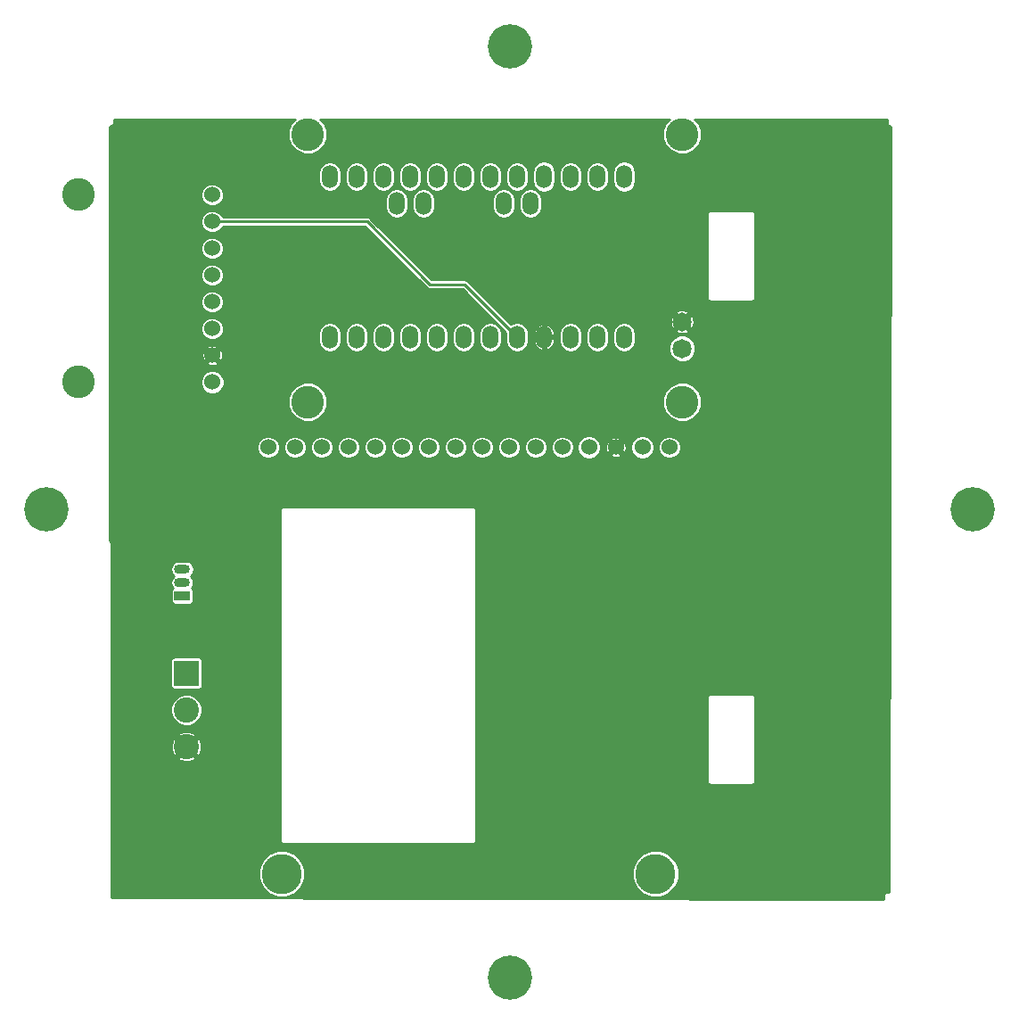
<source format=gbr>
G04 #@! TF.FileFunction,Copper,L2,Bot,Signal*
%FSLAX46Y46*%
G04 Gerber Fmt 4.6, Leading zero omitted, Abs format (unit mm)*
G04 Created by KiCad (PCBNEW 4.0.2-stable) date Thursday, March 16, 2017 'PMt' 02:05:18 PM*
%MOMM*%
G01*
G04 APERTURE LIST*
%ADD10C,0.100000*%
%ADD11C,2.400000*%
%ADD12R,2.400000X2.400000*%
%ADD13O,1.500000X0.900000*%
%ADD14R,1.500000X0.900000*%
%ADD15C,3.810000*%
%ADD16C,1.524000*%
%ADD17C,3.100000*%
%ADD18C,4.200000*%
%ADD19O,1.501140X2.199640*%
%ADD20C,1.820000*%
%ADD21C,0.250000*%
%ADD22C,0.254000*%
G04 APERTURE END LIST*
D10*
D11*
X94000000Y-120600000D03*
X94000000Y-124100000D03*
D12*
X94000000Y-117100000D03*
D13*
X93600000Y-108530000D03*
X93600000Y-107260000D03*
D14*
X93600000Y-109800000D03*
D15*
X103050000Y-136150000D03*
D16*
X139850000Y-95675000D03*
X137310000Y-95675000D03*
X134770000Y-95675000D03*
X132230000Y-95675000D03*
X129690000Y-95675000D03*
X127150000Y-95675000D03*
X124610000Y-95675000D03*
X122070000Y-95675000D03*
X119530000Y-95675000D03*
X116990000Y-95675000D03*
X114450000Y-95675000D03*
X111910000Y-95675000D03*
X109370000Y-95675000D03*
X106830000Y-95675000D03*
X104290000Y-95675000D03*
X101750000Y-95675000D03*
D15*
X138550000Y-136150000D03*
D17*
X83750000Y-71710000D03*
D16*
X96450000Y-71710000D03*
X96450000Y-74250000D03*
X96450000Y-76790000D03*
X96450000Y-79330000D03*
X96450000Y-81870000D03*
X96450000Y-84410000D03*
X96450000Y-86950000D03*
X96450000Y-89490000D03*
D17*
X83750000Y-89490000D03*
D18*
X80700000Y-101600000D03*
X168700000Y-101600000D03*
X124700000Y-57600000D03*
X124700000Y-146000000D03*
D19*
X116520000Y-72520000D03*
X113980000Y-72520000D03*
X135570000Y-85220000D03*
X133030000Y-85220000D03*
X130490000Y-85220000D03*
X127950000Y-85220000D03*
X125410000Y-85220000D03*
X122870000Y-85220000D03*
X120330000Y-85220000D03*
X117790000Y-85220000D03*
X115250000Y-85220000D03*
X112710000Y-85220000D03*
X110170000Y-85220000D03*
X107630000Y-85220000D03*
X107630000Y-69980000D03*
X110170000Y-69980000D03*
X112710000Y-69980000D03*
X115250000Y-69980000D03*
X117790000Y-69980000D03*
X120330000Y-69980000D03*
X122870000Y-69980000D03*
X125410000Y-69980000D03*
X127950000Y-69980000D03*
X130490000Y-69980000D03*
X133030000Y-69980000D03*
X135570000Y-69980000D03*
X124140000Y-72520000D03*
X126680000Y-72520000D03*
D20*
X141080000Y-83750000D03*
D17*
X105520000Y-65970000D03*
X141080000Y-65970000D03*
X105520000Y-91370000D03*
X141080000Y-91370000D03*
D20*
X141080000Y-86290000D03*
D21*
X96450000Y-74250000D02*
X111150000Y-74250000D01*
X120390000Y-80200000D02*
X125410000Y-85220000D01*
X117100000Y-80200000D02*
X120390000Y-80200000D01*
X111150000Y-74250000D02*
X117100000Y-80200000D01*
D22*
G36*
X103929684Y-64905376D02*
X103643326Y-65595004D01*
X103642675Y-66341720D01*
X103927829Y-67031846D01*
X104455376Y-67560316D01*
X105145004Y-67846674D01*
X105891720Y-67847325D01*
X106581846Y-67562171D01*
X107110316Y-67034624D01*
X107396674Y-66344996D01*
X107397325Y-65598280D01*
X107112171Y-64908154D01*
X106731683Y-64527000D01*
X139868722Y-64527000D01*
X139489684Y-64905376D01*
X139203326Y-65595004D01*
X139202675Y-66341720D01*
X139487829Y-67031846D01*
X140015376Y-67560316D01*
X140705004Y-67846674D01*
X141451720Y-67847325D01*
X142141846Y-67562171D01*
X142670316Y-67034624D01*
X142956674Y-66344996D01*
X142957325Y-65598280D01*
X142672171Y-64908154D01*
X142291683Y-64527000D01*
X160496000Y-64527000D01*
X160496000Y-64900000D01*
X160519141Y-65016336D01*
X160585040Y-65114960D01*
X160683664Y-65180859D01*
X160800000Y-65204000D01*
X160870835Y-65204000D01*
X160675163Y-137896000D01*
X160500000Y-137896000D01*
X160383664Y-137919141D01*
X160285040Y-137985040D01*
X160219141Y-138083664D01*
X160196000Y-138200000D01*
X160196000Y-138571371D01*
X86904000Y-138373818D01*
X86904000Y-136592024D01*
X100817614Y-136592024D01*
X101156700Y-137412674D01*
X101784023Y-138041094D01*
X102604080Y-138381611D01*
X103492024Y-138382386D01*
X104312674Y-138043300D01*
X104941094Y-137415977D01*
X105281611Y-136595920D01*
X105281614Y-136592024D01*
X136317614Y-136592024D01*
X136656700Y-137412674D01*
X137284023Y-138041094D01*
X138104080Y-138381611D01*
X138992024Y-138382386D01*
X139812674Y-138043300D01*
X140441094Y-137415977D01*
X140781611Y-136595920D01*
X140782386Y-135707976D01*
X140443300Y-134887326D01*
X139815977Y-134258906D01*
X138995920Y-133918389D01*
X138107976Y-133917614D01*
X137287326Y-134256700D01*
X136658906Y-134884023D01*
X136318389Y-135704080D01*
X136317614Y-136592024D01*
X105281614Y-136592024D01*
X105282386Y-135707976D01*
X104943300Y-134887326D01*
X104315977Y-134258906D01*
X103495920Y-133918389D01*
X102607976Y-133917614D01*
X101787326Y-134256700D01*
X101158906Y-134884023D01*
X100818389Y-135704080D01*
X100817614Y-136592024D01*
X86904000Y-136592024D01*
X86904000Y-125175490D01*
X93104115Y-125175490D01*
X93249604Y-125348896D01*
X93784657Y-125540994D01*
X94352493Y-125513712D01*
X94750396Y-125348896D01*
X94895885Y-125175490D01*
X94000000Y-124279605D01*
X93104115Y-125175490D01*
X86904000Y-125175490D01*
X86904000Y-123884657D01*
X92559006Y-123884657D01*
X92586288Y-124452493D01*
X92751104Y-124850396D01*
X92924510Y-124995885D01*
X93820395Y-124100000D01*
X94179605Y-124100000D01*
X95075490Y-124995885D01*
X95248896Y-124850396D01*
X95440994Y-124315343D01*
X95413712Y-123747507D01*
X95248896Y-123349604D01*
X95075490Y-123204115D01*
X94179605Y-124100000D01*
X93820395Y-124100000D01*
X92924510Y-123204115D01*
X92751104Y-123349604D01*
X92559006Y-123884657D01*
X86904000Y-123884657D01*
X86904000Y-123024510D01*
X93104115Y-123024510D01*
X94000000Y-123920395D01*
X94895885Y-123024510D01*
X94750396Y-122851104D01*
X94215343Y-122659006D01*
X93647507Y-122686288D01*
X93249604Y-122851104D01*
X93104115Y-123024510D01*
X86904000Y-123024510D01*
X86904000Y-120902407D01*
X92472735Y-120902407D01*
X92704717Y-121463846D01*
X93133894Y-121893773D01*
X93694928Y-122126735D01*
X94302407Y-122127265D01*
X94863846Y-121895283D01*
X95293773Y-121466106D01*
X95526735Y-120905072D01*
X95527265Y-120297593D01*
X95295283Y-119736154D01*
X94866106Y-119306227D01*
X94305072Y-119073265D01*
X93697593Y-119072735D01*
X93136154Y-119304717D01*
X92706227Y-119733894D01*
X92473265Y-120294928D01*
X92472735Y-120902407D01*
X86904000Y-120902407D01*
X86904000Y-115900000D01*
X92466594Y-115900000D01*
X92466594Y-118300000D01*
X92489395Y-118421179D01*
X92561012Y-118532474D01*
X92670286Y-118607138D01*
X92800000Y-118633406D01*
X95200000Y-118633406D01*
X95321179Y-118610605D01*
X95432474Y-118538988D01*
X95507138Y-118429714D01*
X95533406Y-118300000D01*
X95533406Y-115900000D01*
X95510605Y-115778821D01*
X95438988Y-115667526D01*
X95329714Y-115592862D01*
X95200000Y-115566594D01*
X92800000Y-115566594D01*
X92678821Y-115589395D01*
X92567526Y-115661012D01*
X92492862Y-115770286D01*
X92466594Y-115900000D01*
X86904000Y-115900000D01*
X86904000Y-107260000D01*
X92450921Y-107260000D01*
X92513873Y-107576479D01*
X92693144Y-107844777D01*
X92812931Y-107924816D01*
X92729478Y-107980578D01*
X92561046Y-108232655D01*
X92501900Y-108530000D01*
X92561046Y-108827345D01*
X92710577Y-109051135D01*
X92617526Y-109111012D01*
X92542862Y-109220286D01*
X92516594Y-109350000D01*
X92516594Y-110250000D01*
X92539395Y-110371179D01*
X92611012Y-110482474D01*
X92720286Y-110557138D01*
X92850000Y-110583406D01*
X94350000Y-110583406D01*
X94471179Y-110560605D01*
X94582474Y-110488988D01*
X94657138Y-110379714D01*
X94683406Y-110250000D01*
X94683406Y-109350000D01*
X94660605Y-109228821D01*
X94588988Y-109117526D01*
X94490175Y-109050010D01*
X94638954Y-108827345D01*
X94698100Y-108530000D01*
X94638954Y-108232655D01*
X94470522Y-107980578D01*
X94387069Y-107924816D01*
X94506856Y-107844777D01*
X94686127Y-107576479D01*
X94749079Y-107260000D01*
X94686127Y-106943521D01*
X94506856Y-106675223D01*
X94238558Y-106495952D01*
X93922079Y-106433000D01*
X93277921Y-106433000D01*
X92961442Y-106495952D01*
X92693144Y-106675223D01*
X92513873Y-106943521D01*
X92450921Y-107260000D01*
X86904000Y-107260000D01*
X86904000Y-104800000D01*
X86880859Y-104683664D01*
X86814960Y-104585040D01*
X86727000Y-104526267D01*
X86727000Y-101600000D01*
X102896000Y-101600000D01*
X102896000Y-133000000D01*
X102919141Y-133116336D01*
X102985040Y-133214960D01*
X103083664Y-133280859D01*
X103200000Y-133304000D01*
X121200000Y-133304000D01*
X121316336Y-133280859D01*
X121414960Y-133214960D01*
X121480859Y-133116336D01*
X121504000Y-133000000D01*
X121504000Y-119400000D01*
X143396000Y-119400000D01*
X143396000Y-127400000D01*
X143419141Y-127516336D01*
X143485040Y-127614960D01*
X143583664Y-127680859D01*
X143700000Y-127704000D01*
X147700000Y-127704000D01*
X147816336Y-127680859D01*
X147914960Y-127614960D01*
X147980859Y-127516336D01*
X148004000Y-127400000D01*
X148004000Y-119400000D01*
X147980859Y-119283664D01*
X147914960Y-119185040D01*
X147816336Y-119119141D01*
X147700000Y-119096000D01*
X143700000Y-119096000D01*
X143583664Y-119119141D01*
X143485040Y-119185040D01*
X143419141Y-119283664D01*
X143396000Y-119400000D01*
X121504000Y-119400000D01*
X121504000Y-101600000D01*
X121480859Y-101483664D01*
X121414960Y-101385040D01*
X121316336Y-101319141D01*
X121200000Y-101296000D01*
X103200000Y-101296000D01*
X103083664Y-101319141D01*
X102985040Y-101385040D01*
X102919141Y-101483664D01*
X102896000Y-101600000D01*
X86727000Y-101600000D01*
X86727000Y-95890665D01*
X100660811Y-95890665D01*
X100826252Y-96291063D01*
X101132326Y-96597671D01*
X101532434Y-96763811D01*
X101965665Y-96764189D01*
X102366063Y-96598748D01*
X102672671Y-96292674D01*
X102838811Y-95892566D01*
X102838812Y-95890665D01*
X103200811Y-95890665D01*
X103366252Y-96291063D01*
X103672326Y-96597671D01*
X104072434Y-96763811D01*
X104505665Y-96764189D01*
X104906063Y-96598748D01*
X105212671Y-96292674D01*
X105378811Y-95892566D01*
X105378812Y-95890665D01*
X105740811Y-95890665D01*
X105906252Y-96291063D01*
X106212326Y-96597671D01*
X106612434Y-96763811D01*
X107045665Y-96764189D01*
X107446063Y-96598748D01*
X107752671Y-96292674D01*
X107918811Y-95892566D01*
X107918812Y-95890665D01*
X108280811Y-95890665D01*
X108446252Y-96291063D01*
X108752326Y-96597671D01*
X109152434Y-96763811D01*
X109585665Y-96764189D01*
X109986063Y-96598748D01*
X110292671Y-96292674D01*
X110458811Y-95892566D01*
X110458812Y-95890665D01*
X110820811Y-95890665D01*
X110986252Y-96291063D01*
X111292326Y-96597671D01*
X111692434Y-96763811D01*
X112125665Y-96764189D01*
X112526063Y-96598748D01*
X112832671Y-96292674D01*
X112998811Y-95892566D01*
X112998812Y-95890665D01*
X113360811Y-95890665D01*
X113526252Y-96291063D01*
X113832326Y-96597671D01*
X114232434Y-96763811D01*
X114665665Y-96764189D01*
X115066063Y-96598748D01*
X115372671Y-96292674D01*
X115538811Y-95892566D01*
X115538812Y-95890665D01*
X115900811Y-95890665D01*
X116066252Y-96291063D01*
X116372326Y-96597671D01*
X116772434Y-96763811D01*
X117205665Y-96764189D01*
X117606063Y-96598748D01*
X117912671Y-96292674D01*
X118078811Y-95892566D01*
X118078812Y-95890665D01*
X118440811Y-95890665D01*
X118606252Y-96291063D01*
X118912326Y-96597671D01*
X119312434Y-96763811D01*
X119745665Y-96764189D01*
X120146063Y-96598748D01*
X120452671Y-96292674D01*
X120618811Y-95892566D01*
X120618812Y-95890665D01*
X120980811Y-95890665D01*
X121146252Y-96291063D01*
X121452326Y-96597671D01*
X121852434Y-96763811D01*
X122285665Y-96764189D01*
X122686063Y-96598748D01*
X122992671Y-96292674D01*
X123158811Y-95892566D01*
X123158812Y-95890665D01*
X123520811Y-95890665D01*
X123686252Y-96291063D01*
X123992326Y-96597671D01*
X124392434Y-96763811D01*
X124825665Y-96764189D01*
X125226063Y-96598748D01*
X125532671Y-96292674D01*
X125698811Y-95892566D01*
X125698812Y-95890665D01*
X126060811Y-95890665D01*
X126226252Y-96291063D01*
X126532326Y-96597671D01*
X126932434Y-96763811D01*
X127365665Y-96764189D01*
X127766063Y-96598748D01*
X128072671Y-96292674D01*
X128238811Y-95892566D01*
X128238812Y-95890665D01*
X128600811Y-95890665D01*
X128766252Y-96291063D01*
X129072326Y-96597671D01*
X129472434Y-96763811D01*
X129905665Y-96764189D01*
X130306063Y-96598748D01*
X130612671Y-96292674D01*
X130775488Y-95900567D01*
X131090803Y-95900567D01*
X131263840Y-96319349D01*
X131583966Y-96640034D01*
X132002445Y-96813802D01*
X132455567Y-96814197D01*
X132874349Y-96641160D01*
X133083090Y-96432782D01*
X134191823Y-96432782D01*
X134283548Y-96560610D01*
X134659485Y-96679353D01*
X135052247Y-96645194D01*
X135256452Y-96560610D01*
X135348177Y-96432782D01*
X134770000Y-95854605D01*
X134191823Y-96432782D01*
X133083090Y-96432782D01*
X133195034Y-96321034D01*
X133368802Y-95902555D01*
X133369096Y-95564485D01*
X133765647Y-95564485D01*
X133799806Y-95957247D01*
X133884390Y-96161452D01*
X134012218Y-96253177D01*
X134590395Y-95675000D01*
X134949605Y-95675000D01*
X135527782Y-96253177D01*
X135655610Y-96161452D01*
X135738012Y-95900567D01*
X136170803Y-95900567D01*
X136343840Y-96319349D01*
X136663966Y-96640034D01*
X137082445Y-96813802D01*
X137535567Y-96814197D01*
X137954349Y-96641160D01*
X138275034Y-96321034D01*
X138448802Y-95902555D01*
X138448812Y-95890665D01*
X138760811Y-95890665D01*
X138926252Y-96291063D01*
X139232326Y-96597671D01*
X139632434Y-96763811D01*
X140065665Y-96764189D01*
X140466063Y-96598748D01*
X140772671Y-96292674D01*
X140938811Y-95892566D01*
X140939189Y-95459335D01*
X140773748Y-95058937D01*
X140467674Y-94752329D01*
X140067566Y-94586189D01*
X139634335Y-94585811D01*
X139233937Y-94751252D01*
X138927329Y-95057326D01*
X138761189Y-95457434D01*
X138760811Y-95890665D01*
X138448812Y-95890665D01*
X138449197Y-95449433D01*
X138276160Y-95030651D01*
X137956034Y-94709966D01*
X137537555Y-94536198D01*
X137084433Y-94535803D01*
X136665651Y-94708840D01*
X136344966Y-95028966D01*
X136171198Y-95447445D01*
X136170803Y-95900567D01*
X135738012Y-95900567D01*
X135774353Y-95785515D01*
X135740194Y-95392753D01*
X135655610Y-95188548D01*
X135527782Y-95096823D01*
X134949605Y-95675000D01*
X134590395Y-95675000D01*
X134012218Y-95096823D01*
X133884390Y-95188548D01*
X133765647Y-95564485D01*
X133369096Y-95564485D01*
X133369197Y-95449433D01*
X133196160Y-95030651D01*
X133082925Y-94917218D01*
X134191823Y-94917218D01*
X134770000Y-95495395D01*
X135348177Y-94917218D01*
X135256452Y-94789390D01*
X134880515Y-94670647D01*
X134487753Y-94704806D01*
X134283548Y-94789390D01*
X134191823Y-94917218D01*
X133082925Y-94917218D01*
X132876034Y-94709966D01*
X132457555Y-94536198D01*
X132004433Y-94535803D01*
X131585651Y-94708840D01*
X131264966Y-95028966D01*
X131091198Y-95447445D01*
X131090803Y-95900567D01*
X130775488Y-95900567D01*
X130778811Y-95892566D01*
X130779189Y-95459335D01*
X130613748Y-95058937D01*
X130307674Y-94752329D01*
X129907566Y-94586189D01*
X129474335Y-94585811D01*
X129073937Y-94751252D01*
X128767329Y-95057326D01*
X128601189Y-95457434D01*
X128600811Y-95890665D01*
X128238812Y-95890665D01*
X128239189Y-95459335D01*
X128073748Y-95058937D01*
X127767674Y-94752329D01*
X127367566Y-94586189D01*
X126934335Y-94585811D01*
X126533937Y-94751252D01*
X126227329Y-95057326D01*
X126061189Y-95457434D01*
X126060811Y-95890665D01*
X125698812Y-95890665D01*
X125699189Y-95459335D01*
X125533748Y-95058937D01*
X125227674Y-94752329D01*
X124827566Y-94586189D01*
X124394335Y-94585811D01*
X123993937Y-94751252D01*
X123687329Y-95057326D01*
X123521189Y-95457434D01*
X123520811Y-95890665D01*
X123158812Y-95890665D01*
X123159189Y-95459335D01*
X122993748Y-95058937D01*
X122687674Y-94752329D01*
X122287566Y-94586189D01*
X121854335Y-94585811D01*
X121453937Y-94751252D01*
X121147329Y-95057326D01*
X120981189Y-95457434D01*
X120980811Y-95890665D01*
X120618812Y-95890665D01*
X120619189Y-95459335D01*
X120453748Y-95058937D01*
X120147674Y-94752329D01*
X119747566Y-94586189D01*
X119314335Y-94585811D01*
X118913937Y-94751252D01*
X118607329Y-95057326D01*
X118441189Y-95457434D01*
X118440811Y-95890665D01*
X118078812Y-95890665D01*
X118079189Y-95459335D01*
X117913748Y-95058937D01*
X117607674Y-94752329D01*
X117207566Y-94586189D01*
X116774335Y-94585811D01*
X116373937Y-94751252D01*
X116067329Y-95057326D01*
X115901189Y-95457434D01*
X115900811Y-95890665D01*
X115538812Y-95890665D01*
X115539189Y-95459335D01*
X115373748Y-95058937D01*
X115067674Y-94752329D01*
X114667566Y-94586189D01*
X114234335Y-94585811D01*
X113833937Y-94751252D01*
X113527329Y-95057326D01*
X113361189Y-95457434D01*
X113360811Y-95890665D01*
X112998812Y-95890665D01*
X112999189Y-95459335D01*
X112833748Y-95058937D01*
X112527674Y-94752329D01*
X112127566Y-94586189D01*
X111694335Y-94585811D01*
X111293937Y-94751252D01*
X110987329Y-95057326D01*
X110821189Y-95457434D01*
X110820811Y-95890665D01*
X110458812Y-95890665D01*
X110459189Y-95459335D01*
X110293748Y-95058937D01*
X109987674Y-94752329D01*
X109587566Y-94586189D01*
X109154335Y-94585811D01*
X108753937Y-94751252D01*
X108447329Y-95057326D01*
X108281189Y-95457434D01*
X108280811Y-95890665D01*
X107918812Y-95890665D01*
X107919189Y-95459335D01*
X107753748Y-95058937D01*
X107447674Y-94752329D01*
X107047566Y-94586189D01*
X106614335Y-94585811D01*
X106213937Y-94751252D01*
X105907329Y-95057326D01*
X105741189Y-95457434D01*
X105740811Y-95890665D01*
X105378812Y-95890665D01*
X105379189Y-95459335D01*
X105213748Y-95058937D01*
X104907674Y-94752329D01*
X104507566Y-94586189D01*
X104074335Y-94585811D01*
X103673937Y-94751252D01*
X103367329Y-95057326D01*
X103201189Y-95457434D01*
X103200811Y-95890665D01*
X102838812Y-95890665D01*
X102839189Y-95459335D01*
X102673748Y-95058937D01*
X102367674Y-94752329D01*
X101967566Y-94586189D01*
X101534335Y-94585811D01*
X101133937Y-94751252D01*
X100827329Y-95057326D01*
X100661189Y-95457434D01*
X100660811Y-95890665D01*
X86727000Y-95890665D01*
X86727000Y-91741720D01*
X103642675Y-91741720D01*
X103927829Y-92431846D01*
X104455376Y-92960316D01*
X105145004Y-93246674D01*
X105891720Y-93247325D01*
X106581846Y-92962171D01*
X107110316Y-92434624D01*
X107396674Y-91744996D01*
X107396676Y-91741720D01*
X139202675Y-91741720D01*
X139487829Y-92431846D01*
X140015376Y-92960316D01*
X140705004Y-93246674D01*
X141451720Y-93247325D01*
X142141846Y-92962171D01*
X142670316Y-92434624D01*
X142956674Y-91744996D01*
X142957325Y-90998280D01*
X142672171Y-90308154D01*
X142144624Y-89779684D01*
X141454996Y-89493326D01*
X140708280Y-89492675D01*
X140018154Y-89777829D01*
X139489684Y-90305376D01*
X139203326Y-90995004D01*
X139202675Y-91741720D01*
X107396676Y-91741720D01*
X107397325Y-90998280D01*
X107112171Y-90308154D01*
X106584624Y-89779684D01*
X105894996Y-89493326D01*
X105148280Y-89492675D01*
X104458154Y-89777829D01*
X103929684Y-90305376D01*
X103643326Y-90995004D01*
X103642675Y-91741720D01*
X86727000Y-91741720D01*
X86727000Y-89715567D01*
X95310803Y-89715567D01*
X95483840Y-90134349D01*
X95803966Y-90455034D01*
X96222445Y-90628802D01*
X96675567Y-90629197D01*
X97094349Y-90456160D01*
X97415034Y-90136034D01*
X97588802Y-89717555D01*
X97589197Y-89264433D01*
X97416160Y-88845651D01*
X97096034Y-88524966D01*
X96677555Y-88351198D01*
X96224433Y-88350803D01*
X95805651Y-88523840D01*
X95484966Y-88843966D01*
X95311198Y-89262445D01*
X95310803Y-89715567D01*
X86727000Y-89715567D01*
X86727000Y-87707782D01*
X95871823Y-87707782D01*
X95963548Y-87835610D01*
X96339485Y-87954353D01*
X96732247Y-87920194D01*
X96936452Y-87835610D01*
X97028177Y-87707782D01*
X96450000Y-87129605D01*
X95871823Y-87707782D01*
X86727000Y-87707782D01*
X86727000Y-86839485D01*
X95445647Y-86839485D01*
X95479806Y-87232247D01*
X95564390Y-87436452D01*
X95692218Y-87528177D01*
X96270395Y-86950000D01*
X96629605Y-86950000D01*
X97207782Y-87528177D01*
X97335610Y-87436452D01*
X97454353Y-87060515D01*
X97420194Y-86667753D01*
X97335610Y-86463548D01*
X97207782Y-86371823D01*
X96629605Y-86950000D01*
X96270395Y-86950000D01*
X95692218Y-86371823D01*
X95564390Y-86463548D01*
X95445647Y-86839485D01*
X86727000Y-86839485D01*
X86727000Y-86192218D01*
X95871823Y-86192218D01*
X96450000Y-86770395D01*
X97028177Y-86192218D01*
X96936452Y-86064390D01*
X96560515Y-85945647D01*
X96167753Y-85979806D01*
X95963548Y-86064390D01*
X95871823Y-86192218D01*
X86727000Y-86192218D01*
X86727000Y-84625665D01*
X95360811Y-84625665D01*
X95526252Y-85026063D01*
X95832326Y-85332671D01*
X96232434Y-85498811D01*
X96665665Y-85499189D01*
X97066063Y-85333748D01*
X97372671Y-85027674D01*
X97449438Y-84842797D01*
X106552430Y-84842797D01*
X106552430Y-85597203D01*
X106634455Y-86009571D01*
X106868043Y-86359160D01*
X107217632Y-86592748D01*
X107630000Y-86674773D01*
X108042368Y-86592748D01*
X108391957Y-86359160D01*
X108625545Y-86009571D01*
X108707570Y-85597203D01*
X108707570Y-84842797D01*
X109092430Y-84842797D01*
X109092430Y-85597203D01*
X109174455Y-86009571D01*
X109408043Y-86359160D01*
X109757632Y-86592748D01*
X110170000Y-86674773D01*
X110582368Y-86592748D01*
X110931957Y-86359160D01*
X111165545Y-86009571D01*
X111247570Y-85597203D01*
X111247570Y-84842797D01*
X111632430Y-84842797D01*
X111632430Y-85597203D01*
X111714455Y-86009571D01*
X111948043Y-86359160D01*
X112297632Y-86592748D01*
X112710000Y-86674773D01*
X113122368Y-86592748D01*
X113471957Y-86359160D01*
X113705545Y-86009571D01*
X113787570Y-85597203D01*
X113787570Y-84842797D01*
X114172430Y-84842797D01*
X114172430Y-85597203D01*
X114254455Y-86009571D01*
X114488043Y-86359160D01*
X114837632Y-86592748D01*
X115250000Y-86674773D01*
X115662368Y-86592748D01*
X116011957Y-86359160D01*
X116245545Y-86009571D01*
X116327570Y-85597203D01*
X116327570Y-84842797D01*
X116712430Y-84842797D01*
X116712430Y-85597203D01*
X116794455Y-86009571D01*
X117028043Y-86359160D01*
X117377632Y-86592748D01*
X117790000Y-86674773D01*
X118202368Y-86592748D01*
X118551957Y-86359160D01*
X118785545Y-86009571D01*
X118867570Y-85597203D01*
X118867570Y-84842797D01*
X119252430Y-84842797D01*
X119252430Y-85597203D01*
X119334455Y-86009571D01*
X119568043Y-86359160D01*
X119917632Y-86592748D01*
X120330000Y-86674773D01*
X120742368Y-86592748D01*
X121091957Y-86359160D01*
X121325545Y-86009571D01*
X121407570Y-85597203D01*
X121407570Y-84842797D01*
X121325545Y-84430429D01*
X121091957Y-84080840D01*
X120742368Y-83847252D01*
X120330000Y-83765227D01*
X119917632Y-83847252D01*
X119568043Y-84080840D01*
X119334455Y-84430429D01*
X119252430Y-84842797D01*
X118867570Y-84842797D01*
X118785545Y-84430429D01*
X118551957Y-84080840D01*
X118202368Y-83847252D01*
X117790000Y-83765227D01*
X117377632Y-83847252D01*
X117028043Y-84080840D01*
X116794455Y-84430429D01*
X116712430Y-84842797D01*
X116327570Y-84842797D01*
X116245545Y-84430429D01*
X116011957Y-84080840D01*
X115662368Y-83847252D01*
X115250000Y-83765227D01*
X114837632Y-83847252D01*
X114488043Y-84080840D01*
X114254455Y-84430429D01*
X114172430Y-84842797D01*
X113787570Y-84842797D01*
X113705545Y-84430429D01*
X113471957Y-84080840D01*
X113122368Y-83847252D01*
X112710000Y-83765227D01*
X112297632Y-83847252D01*
X111948043Y-84080840D01*
X111714455Y-84430429D01*
X111632430Y-84842797D01*
X111247570Y-84842797D01*
X111165545Y-84430429D01*
X110931957Y-84080840D01*
X110582368Y-83847252D01*
X110170000Y-83765227D01*
X109757632Y-83847252D01*
X109408043Y-84080840D01*
X109174455Y-84430429D01*
X109092430Y-84842797D01*
X108707570Y-84842797D01*
X108625545Y-84430429D01*
X108391957Y-84080840D01*
X108042368Y-83847252D01*
X107630000Y-83765227D01*
X107217632Y-83847252D01*
X106868043Y-84080840D01*
X106634455Y-84430429D01*
X106552430Y-84842797D01*
X97449438Y-84842797D01*
X97538811Y-84627566D01*
X97539189Y-84194335D01*
X97373748Y-83793937D01*
X97067674Y-83487329D01*
X96667566Y-83321189D01*
X96234335Y-83320811D01*
X95833937Y-83486252D01*
X95527329Y-83792326D01*
X95361189Y-84192434D01*
X95360811Y-84625665D01*
X86727000Y-84625665D01*
X86727000Y-82085665D01*
X95360811Y-82085665D01*
X95526252Y-82486063D01*
X95832326Y-82792671D01*
X96232434Y-82958811D01*
X96665665Y-82959189D01*
X97066063Y-82793748D01*
X97372671Y-82487674D01*
X97538811Y-82087566D01*
X97539189Y-81654335D01*
X97373748Y-81253937D01*
X97067674Y-80947329D01*
X96667566Y-80781189D01*
X96234335Y-80780811D01*
X95833937Y-80946252D01*
X95527329Y-81252326D01*
X95361189Y-81652434D01*
X95360811Y-82085665D01*
X86727000Y-82085665D01*
X86727000Y-79545665D01*
X95360811Y-79545665D01*
X95526252Y-79946063D01*
X95832326Y-80252671D01*
X96232434Y-80418811D01*
X96665665Y-80419189D01*
X97066063Y-80253748D01*
X97372671Y-79947674D01*
X97538811Y-79547566D01*
X97539189Y-79114335D01*
X97373748Y-78713937D01*
X97067674Y-78407329D01*
X96667566Y-78241189D01*
X96234335Y-78240811D01*
X95833937Y-78406252D01*
X95527329Y-78712326D01*
X95361189Y-79112434D01*
X95360811Y-79545665D01*
X86727000Y-79545665D01*
X86727000Y-77005665D01*
X95360811Y-77005665D01*
X95526252Y-77406063D01*
X95832326Y-77712671D01*
X96232434Y-77878811D01*
X96665665Y-77879189D01*
X97066063Y-77713748D01*
X97372671Y-77407674D01*
X97538811Y-77007566D01*
X97539189Y-76574335D01*
X97373748Y-76173937D01*
X97067674Y-75867329D01*
X96667566Y-75701189D01*
X96234335Y-75700811D01*
X95833937Y-75866252D01*
X95527329Y-76172326D01*
X95361189Y-76572434D01*
X95360811Y-77005665D01*
X86727000Y-77005665D01*
X86727000Y-74465665D01*
X95360811Y-74465665D01*
X95526252Y-74866063D01*
X95832326Y-75172671D01*
X96232434Y-75338811D01*
X96665665Y-75339189D01*
X97066063Y-75173748D01*
X97372671Y-74867674D01*
X97441465Y-74702000D01*
X110962776Y-74702000D01*
X116780388Y-80519612D01*
X116927027Y-80617594D01*
X117100000Y-80652000D01*
X120202776Y-80652000D01*
X123630929Y-84080153D01*
X123282368Y-83847252D01*
X122870000Y-83765227D01*
X122457632Y-83847252D01*
X122108043Y-84080840D01*
X121874455Y-84430429D01*
X121792430Y-84842797D01*
X121792430Y-85597203D01*
X121874455Y-86009571D01*
X122108043Y-86359160D01*
X122457632Y-86592748D01*
X122870000Y-86674773D01*
X123282368Y-86592748D01*
X123631957Y-86359160D01*
X123865545Y-86009571D01*
X123947570Y-85597203D01*
X123947570Y-84842797D01*
X123865545Y-84430429D01*
X123632644Y-84081868D01*
X124342574Y-84791798D01*
X124332430Y-84842797D01*
X124332430Y-85597203D01*
X124414455Y-86009571D01*
X124648043Y-86359160D01*
X124997632Y-86592748D01*
X125410000Y-86674773D01*
X125822368Y-86592748D01*
X126171957Y-86359160D01*
X126405545Y-86009571D01*
X126487570Y-85597203D01*
X126487570Y-85347000D01*
X126970430Y-85347000D01*
X126970430Y-85696250D01*
X127093596Y-86061448D01*
X127347142Y-86351713D01*
X127672618Y-86508726D01*
X127823000Y-86482784D01*
X127823000Y-85347000D01*
X128077000Y-85347000D01*
X128077000Y-86482784D01*
X128227382Y-86508726D01*
X128552858Y-86351713D01*
X128806404Y-86061448D01*
X128929570Y-85696250D01*
X128929570Y-85347000D01*
X128077000Y-85347000D01*
X127823000Y-85347000D01*
X126970430Y-85347000D01*
X126487570Y-85347000D01*
X126487570Y-84842797D01*
X126467869Y-84743750D01*
X126970430Y-84743750D01*
X126970430Y-85093000D01*
X127823000Y-85093000D01*
X127823000Y-83957216D01*
X128077000Y-83957216D01*
X128077000Y-85093000D01*
X128929570Y-85093000D01*
X128929570Y-84842797D01*
X129412430Y-84842797D01*
X129412430Y-85597203D01*
X129494455Y-86009571D01*
X129728043Y-86359160D01*
X130077632Y-86592748D01*
X130490000Y-86674773D01*
X130902368Y-86592748D01*
X131251957Y-86359160D01*
X131485545Y-86009571D01*
X131567570Y-85597203D01*
X131567570Y-84842797D01*
X131952430Y-84842797D01*
X131952430Y-85597203D01*
X132034455Y-86009571D01*
X132268043Y-86359160D01*
X132617632Y-86592748D01*
X133030000Y-86674773D01*
X133442368Y-86592748D01*
X133791957Y-86359160D01*
X134025545Y-86009571D01*
X134107570Y-85597203D01*
X134107570Y-84842797D01*
X134492430Y-84842797D01*
X134492430Y-85597203D01*
X134574455Y-86009571D01*
X134808043Y-86359160D01*
X135157632Y-86592748D01*
X135570000Y-86674773D01*
X135982368Y-86592748D01*
X136054011Y-86544877D01*
X139792777Y-86544877D01*
X139988298Y-87018075D01*
X140350021Y-87380429D01*
X140822877Y-87576776D01*
X141334877Y-87577223D01*
X141808075Y-87381702D01*
X142170429Y-87019979D01*
X142366776Y-86547123D01*
X142367223Y-86035123D01*
X142171702Y-85561925D01*
X141809979Y-85199571D01*
X141337123Y-85003224D01*
X140825123Y-85002777D01*
X140351925Y-85198298D01*
X139989571Y-85560021D01*
X139793224Y-86032877D01*
X139792777Y-86544877D01*
X136054011Y-86544877D01*
X136331957Y-86359160D01*
X136565545Y-86009571D01*
X136647570Y-85597203D01*
X136647570Y-84842797D01*
X136602321Y-84615311D01*
X140394294Y-84615311D01*
X140504235Y-84758537D01*
X140934014Y-84902102D01*
X141386017Y-84870270D01*
X141655765Y-84758537D01*
X141765706Y-84615311D01*
X141080000Y-83929605D01*
X140394294Y-84615311D01*
X136602321Y-84615311D01*
X136565545Y-84430429D01*
X136331957Y-84080840D01*
X135982368Y-83847252D01*
X135570000Y-83765227D01*
X135157632Y-83847252D01*
X134808043Y-84080840D01*
X134574455Y-84430429D01*
X134492430Y-84842797D01*
X134107570Y-84842797D01*
X134025545Y-84430429D01*
X133791957Y-84080840D01*
X133442368Y-83847252D01*
X133030000Y-83765227D01*
X132617632Y-83847252D01*
X132268043Y-84080840D01*
X132034455Y-84430429D01*
X131952430Y-84842797D01*
X131567570Y-84842797D01*
X131485545Y-84430429D01*
X131251957Y-84080840D01*
X130902368Y-83847252D01*
X130490000Y-83765227D01*
X130077632Y-83847252D01*
X129728043Y-84080840D01*
X129494455Y-84430429D01*
X129412430Y-84842797D01*
X128929570Y-84842797D01*
X128929570Y-84743750D01*
X128806404Y-84378552D01*
X128552858Y-84088287D01*
X128227382Y-83931274D01*
X128077000Y-83957216D01*
X127823000Y-83957216D01*
X127672618Y-83931274D01*
X127347142Y-84088287D01*
X127093596Y-84378552D01*
X126970430Y-84743750D01*
X126467869Y-84743750D01*
X126405545Y-84430429D01*
X126171957Y-84080840D01*
X125822368Y-83847252D01*
X125410000Y-83765227D01*
X124997632Y-83847252D01*
X124805113Y-83975889D01*
X124433238Y-83604014D01*
X139927898Y-83604014D01*
X139959730Y-84056017D01*
X140071463Y-84325765D01*
X140214689Y-84435706D01*
X140900395Y-83750000D01*
X141259605Y-83750000D01*
X141945311Y-84435706D01*
X142088537Y-84325765D01*
X142232102Y-83895986D01*
X142200270Y-83443983D01*
X142088537Y-83174235D01*
X141945311Y-83064294D01*
X141259605Y-83750000D01*
X140900395Y-83750000D01*
X140214689Y-83064294D01*
X140071463Y-83174235D01*
X139927898Y-83604014D01*
X124433238Y-83604014D01*
X123713913Y-82884689D01*
X140394294Y-82884689D01*
X141080000Y-83570395D01*
X141765706Y-82884689D01*
X141655765Y-82741463D01*
X141225986Y-82597898D01*
X140773983Y-82629730D01*
X140504235Y-82741463D01*
X140394294Y-82884689D01*
X123713913Y-82884689D01*
X120709612Y-79880388D01*
X120562973Y-79782406D01*
X120390000Y-79748000D01*
X117287224Y-79748000D01*
X111469612Y-73930388D01*
X111322973Y-73832406D01*
X111150000Y-73798000D01*
X97441537Y-73798000D01*
X97373748Y-73633937D01*
X97067674Y-73327329D01*
X96667566Y-73161189D01*
X96234335Y-73160811D01*
X95833937Y-73326252D01*
X95527329Y-73632326D01*
X95361189Y-74032434D01*
X95360811Y-74465665D01*
X86727000Y-74465665D01*
X86727000Y-71925665D01*
X95360811Y-71925665D01*
X95526252Y-72326063D01*
X95832326Y-72632671D01*
X96232434Y-72798811D01*
X96665665Y-72799189D01*
X97066063Y-72633748D01*
X97372671Y-72327674D01*
X97449438Y-72142797D01*
X112902430Y-72142797D01*
X112902430Y-72897203D01*
X112984455Y-73309571D01*
X113218043Y-73659160D01*
X113567632Y-73892748D01*
X113980000Y-73974773D01*
X114392368Y-73892748D01*
X114741957Y-73659160D01*
X114975545Y-73309571D01*
X115057570Y-72897203D01*
X115057570Y-72142797D01*
X115442430Y-72142797D01*
X115442430Y-72897203D01*
X115524455Y-73309571D01*
X115758043Y-73659160D01*
X116107632Y-73892748D01*
X116520000Y-73974773D01*
X116932368Y-73892748D01*
X117281957Y-73659160D01*
X117515545Y-73309571D01*
X117597570Y-72897203D01*
X117597570Y-72142797D01*
X123062430Y-72142797D01*
X123062430Y-72897203D01*
X123144455Y-73309571D01*
X123378043Y-73659160D01*
X123727632Y-73892748D01*
X124140000Y-73974773D01*
X124552368Y-73892748D01*
X124901957Y-73659160D01*
X125135545Y-73309571D01*
X125217570Y-72897203D01*
X125217570Y-72142797D01*
X125602430Y-72142797D01*
X125602430Y-72897203D01*
X125684455Y-73309571D01*
X125918043Y-73659160D01*
X126267632Y-73892748D01*
X126680000Y-73974773D01*
X127092368Y-73892748D01*
X127441957Y-73659160D01*
X127548304Y-73500000D01*
X143396000Y-73500000D01*
X143396000Y-81500000D01*
X143419141Y-81616336D01*
X143485040Y-81714960D01*
X143583664Y-81780859D01*
X143700000Y-81804000D01*
X147700000Y-81804000D01*
X147816336Y-81780859D01*
X147914960Y-81714960D01*
X147980859Y-81616336D01*
X148004000Y-81500000D01*
X148004000Y-73500000D01*
X147980859Y-73383664D01*
X147914960Y-73285040D01*
X147816336Y-73219141D01*
X147700000Y-73196000D01*
X143700000Y-73196000D01*
X143583664Y-73219141D01*
X143485040Y-73285040D01*
X143419141Y-73383664D01*
X143396000Y-73500000D01*
X127548304Y-73500000D01*
X127675545Y-73309571D01*
X127757570Y-72897203D01*
X127757570Y-72142797D01*
X127675545Y-71730429D01*
X127441957Y-71380840D01*
X127092368Y-71147252D01*
X126680000Y-71065227D01*
X126267632Y-71147252D01*
X125918043Y-71380840D01*
X125684455Y-71730429D01*
X125602430Y-72142797D01*
X125217570Y-72142797D01*
X125135545Y-71730429D01*
X124901957Y-71380840D01*
X124552368Y-71147252D01*
X124140000Y-71065227D01*
X123727632Y-71147252D01*
X123378043Y-71380840D01*
X123144455Y-71730429D01*
X123062430Y-72142797D01*
X117597570Y-72142797D01*
X117515545Y-71730429D01*
X117281957Y-71380840D01*
X116932368Y-71147252D01*
X116520000Y-71065227D01*
X116107632Y-71147252D01*
X115758043Y-71380840D01*
X115524455Y-71730429D01*
X115442430Y-72142797D01*
X115057570Y-72142797D01*
X114975545Y-71730429D01*
X114741957Y-71380840D01*
X114392368Y-71147252D01*
X113980000Y-71065227D01*
X113567632Y-71147252D01*
X113218043Y-71380840D01*
X112984455Y-71730429D01*
X112902430Y-72142797D01*
X97449438Y-72142797D01*
X97538811Y-71927566D01*
X97539189Y-71494335D01*
X97373748Y-71093937D01*
X97067674Y-70787329D01*
X96667566Y-70621189D01*
X96234335Y-70620811D01*
X95833937Y-70786252D01*
X95527329Y-71092326D01*
X95361189Y-71492434D01*
X95360811Y-71925665D01*
X86727000Y-71925665D01*
X86727000Y-69602797D01*
X106552430Y-69602797D01*
X106552430Y-70357203D01*
X106634455Y-70769571D01*
X106868043Y-71119160D01*
X107217632Y-71352748D01*
X107630000Y-71434773D01*
X108042368Y-71352748D01*
X108391957Y-71119160D01*
X108625545Y-70769571D01*
X108707570Y-70357203D01*
X108707570Y-69602797D01*
X109092430Y-69602797D01*
X109092430Y-70357203D01*
X109174455Y-70769571D01*
X109408043Y-71119160D01*
X109757632Y-71352748D01*
X110170000Y-71434773D01*
X110582368Y-71352748D01*
X110931957Y-71119160D01*
X111165545Y-70769571D01*
X111247570Y-70357203D01*
X111247570Y-69602797D01*
X111632430Y-69602797D01*
X111632430Y-70357203D01*
X111714455Y-70769571D01*
X111948043Y-71119160D01*
X112297632Y-71352748D01*
X112710000Y-71434773D01*
X113122368Y-71352748D01*
X113471957Y-71119160D01*
X113705545Y-70769571D01*
X113787570Y-70357203D01*
X113787570Y-69602797D01*
X114172430Y-69602797D01*
X114172430Y-70357203D01*
X114254455Y-70769571D01*
X114488043Y-71119160D01*
X114837632Y-71352748D01*
X115250000Y-71434773D01*
X115662368Y-71352748D01*
X116011957Y-71119160D01*
X116245545Y-70769571D01*
X116327570Y-70357203D01*
X116327570Y-69602797D01*
X116712430Y-69602797D01*
X116712430Y-70357203D01*
X116794455Y-70769571D01*
X117028043Y-71119160D01*
X117377632Y-71352748D01*
X117790000Y-71434773D01*
X118202368Y-71352748D01*
X118551957Y-71119160D01*
X118785545Y-70769571D01*
X118867570Y-70357203D01*
X118867570Y-69602797D01*
X119252430Y-69602797D01*
X119252430Y-70357203D01*
X119334455Y-70769571D01*
X119568043Y-71119160D01*
X119917632Y-71352748D01*
X120330000Y-71434773D01*
X120742368Y-71352748D01*
X121091957Y-71119160D01*
X121325545Y-70769571D01*
X121407570Y-70357203D01*
X121407570Y-69602797D01*
X121792430Y-69602797D01*
X121792430Y-70357203D01*
X121874455Y-70769571D01*
X122108043Y-71119160D01*
X122457632Y-71352748D01*
X122870000Y-71434773D01*
X123282368Y-71352748D01*
X123631957Y-71119160D01*
X123865545Y-70769571D01*
X123947570Y-70357203D01*
X123947570Y-69602797D01*
X124332430Y-69602797D01*
X124332430Y-70357203D01*
X124414455Y-70769571D01*
X124648043Y-71119160D01*
X124997632Y-71352748D01*
X125410000Y-71434773D01*
X125822368Y-71352748D01*
X126171957Y-71119160D01*
X126405545Y-70769571D01*
X126487570Y-70357203D01*
X126487570Y-69602797D01*
X126487376Y-69601817D01*
X126822430Y-69601817D01*
X126822430Y-70358183D01*
X126908261Y-70789685D01*
X127152688Y-71155495D01*
X127518498Y-71399922D01*
X127950000Y-71485753D01*
X128381502Y-71399922D01*
X128747312Y-71155495D01*
X128991739Y-70789685D01*
X129077570Y-70358183D01*
X129077570Y-69602797D01*
X129412430Y-69602797D01*
X129412430Y-70357203D01*
X129494455Y-70769571D01*
X129728043Y-71119160D01*
X130077632Y-71352748D01*
X130490000Y-71434773D01*
X130902368Y-71352748D01*
X131251957Y-71119160D01*
X131485545Y-70769571D01*
X131567570Y-70357203D01*
X131567570Y-69602797D01*
X131952430Y-69602797D01*
X131952430Y-70357203D01*
X132034455Y-70769571D01*
X132268043Y-71119160D01*
X132617632Y-71352748D01*
X133030000Y-71434773D01*
X133442368Y-71352748D01*
X133791957Y-71119160D01*
X134025545Y-70769571D01*
X134107570Y-70357203D01*
X134107570Y-69602797D01*
X134107376Y-69601817D01*
X134442430Y-69601817D01*
X134442430Y-70358183D01*
X134528261Y-70789685D01*
X134772688Y-71155495D01*
X135138498Y-71399922D01*
X135570000Y-71485753D01*
X136001502Y-71399922D01*
X136367312Y-71155495D01*
X136611739Y-70789685D01*
X136697570Y-70358183D01*
X136697570Y-69601817D01*
X136611739Y-69170315D01*
X136367312Y-68804505D01*
X136001502Y-68560078D01*
X135570000Y-68474247D01*
X135138498Y-68560078D01*
X134772688Y-68804505D01*
X134528261Y-69170315D01*
X134442430Y-69601817D01*
X134107376Y-69601817D01*
X134025545Y-69190429D01*
X133791957Y-68840840D01*
X133442368Y-68607252D01*
X133030000Y-68525227D01*
X132617632Y-68607252D01*
X132268043Y-68840840D01*
X132034455Y-69190429D01*
X131952430Y-69602797D01*
X131567570Y-69602797D01*
X131485545Y-69190429D01*
X131251957Y-68840840D01*
X130902368Y-68607252D01*
X130490000Y-68525227D01*
X130077632Y-68607252D01*
X129728043Y-68840840D01*
X129494455Y-69190429D01*
X129412430Y-69602797D01*
X129077570Y-69602797D01*
X129077570Y-69601817D01*
X128991739Y-69170315D01*
X128747312Y-68804505D01*
X128381502Y-68560078D01*
X127950000Y-68474247D01*
X127518498Y-68560078D01*
X127152688Y-68804505D01*
X126908261Y-69170315D01*
X126822430Y-69601817D01*
X126487376Y-69601817D01*
X126405545Y-69190429D01*
X126171957Y-68840840D01*
X125822368Y-68607252D01*
X125410000Y-68525227D01*
X124997632Y-68607252D01*
X124648043Y-68840840D01*
X124414455Y-69190429D01*
X124332430Y-69602797D01*
X123947570Y-69602797D01*
X123865545Y-69190429D01*
X123631957Y-68840840D01*
X123282368Y-68607252D01*
X122870000Y-68525227D01*
X122457632Y-68607252D01*
X122108043Y-68840840D01*
X121874455Y-69190429D01*
X121792430Y-69602797D01*
X121407570Y-69602797D01*
X121325545Y-69190429D01*
X121091957Y-68840840D01*
X120742368Y-68607252D01*
X120330000Y-68525227D01*
X119917632Y-68607252D01*
X119568043Y-68840840D01*
X119334455Y-69190429D01*
X119252430Y-69602797D01*
X118867570Y-69602797D01*
X118785545Y-69190429D01*
X118551957Y-68840840D01*
X118202368Y-68607252D01*
X117790000Y-68525227D01*
X117377632Y-68607252D01*
X117028043Y-68840840D01*
X116794455Y-69190429D01*
X116712430Y-69602797D01*
X116327570Y-69602797D01*
X116245545Y-69190429D01*
X116011957Y-68840840D01*
X115662368Y-68607252D01*
X115250000Y-68525227D01*
X114837632Y-68607252D01*
X114488043Y-68840840D01*
X114254455Y-69190429D01*
X114172430Y-69602797D01*
X113787570Y-69602797D01*
X113705545Y-69190429D01*
X113471957Y-68840840D01*
X113122368Y-68607252D01*
X112710000Y-68525227D01*
X112297632Y-68607252D01*
X111948043Y-68840840D01*
X111714455Y-69190429D01*
X111632430Y-69602797D01*
X111247570Y-69602797D01*
X111165545Y-69190429D01*
X110931957Y-68840840D01*
X110582368Y-68607252D01*
X110170000Y-68525227D01*
X109757632Y-68607252D01*
X109408043Y-68840840D01*
X109174455Y-69190429D01*
X109092430Y-69602797D01*
X108707570Y-69602797D01*
X108625545Y-69190429D01*
X108391957Y-68840840D01*
X108042368Y-68607252D01*
X107630000Y-68525227D01*
X107217632Y-68607252D01*
X106868043Y-68840840D01*
X106634455Y-69190429D01*
X106552430Y-69602797D01*
X86727000Y-69602797D01*
X86727000Y-65204000D01*
X86800000Y-65204000D01*
X86916336Y-65180859D01*
X87014960Y-65114960D01*
X87080859Y-65016336D01*
X87104000Y-64900000D01*
X87104000Y-64527000D01*
X104308722Y-64527000D01*
X103929684Y-64905376D01*
X103929684Y-64905376D01*
G37*
X103929684Y-64905376D02*
X103643326Y-65595004D01*
X103642675Y-66341720D01*
X103927829Y-67031846D01*
X104455376Y-67560316D01*
X105145004Y-67846674D01*
X105891720Y-67847325D01*
X106581846Y-67562171D01*
X107110316Y-67034624D01*
X107396674Y-66344996D01*
X107397325Y-65598280D01*
X107112171Y-64908154D01*
X106731683Y-64527000D01*
X139868722Y-64527000D01*
X139489684Y-64905376D01*
X139203326Y-65595004D01*
X139202675Y-66341720D01*
X139487829Y-67031846D01*
X140015376Y-67560316D01*
X140705004Y-67846674D01*
X141451720Y-67847325D01*
X142141846Y-67562171D01*
X142670316Y-67034624D01*
X142956674Y-66344996D01*
X142957325Y-65598280D01*
X142672171Y-64908154D01*
X142291683Y-64527000D01*
X160496000Y-64527000D01*
X160496000Y-64900000D01*
X160519141Y-65016336D01*
X160585040Y-65114960D01*
X160683664Y-65180859D01*
X160800000Y-65204000D01*
X160870835Y-65204000D01*
X160675163Y-137896000D01*
X160500000Y-137896000D01*
X160383664Y-137919141D01*
X160285040Y-137985040D01*
X160219141Y-138083664D01*
X160196000Y-138200000D01*
X160196000Y-138571371D01*
X86904000Y-138373818D01*
X86904000Y-136592024D01*
X100817614Y-136592024D01*
X101156700Y-137412674D01*
X101784023Y-138041094D01*
X102604080Y-138381611D01*
X103492024Y-138382386D01*
X104312674Y-138043300D01*
X104941094Y-137415977D01*
X105281611Y-136595920D01*
X105281614Y-136592024D01*
X136317614Y-136592024D01*
X136656700Y-137412674D01*
X137284023Y-138041094D01*
X138104080Y-138381611D01*
X138992024Y-138382386D01*
X139812674Y-138043300D01*
X140441094Y-137415977D01*
X140781611Y-136595920D01*
X140782386Y-135707976D01*
X140443300Y-134887326D01*
X139815977Y-134258906D01*
X138995920Y-133918389D01*
X138107976Y-133917614D01*
X137287326Y-134256700D01*
X136658906Y-134884023D01*
X136318389Y-135704080D01*
X136317614Y-136592024D01*
X105281614Y-136592024D01*
X105282386Y-135707976D01*
X104943300Y-134887326D01*
X104315977Y-134258906D01*
X103495920Y-133918389D01*
X102607976Y-133917614D01*
X101787326Y-134256700D01*
X101158906Y-134884023D01*
X100818389Y-135704080D01*
X100817614Y-136592024D01*
X86904000Y-136592024D01*
X86904000Y-125175490D01*
X93104115Y-125175490D01*
X93249604Y-125348896D01*
X93784657Y-125540994D01*
X94352493Y-125513712D01*
X94750396Y-125348896D01*
X94895885Y-125175490D01*
X94000000Y-124279605D01*
X93104115Y-125175490D01*
X86904000Y-125175490D01*
X86904000Y-123884657D01*
X92559006Y-123884657D01*
X92586288Y-124452493D01*
X92751104Y-124850396D01*
X92924510Y-124995885D01*
X93820395Y-124100000D01*
X94179605Y-124100000D01*
X95075490Y-124995885D01*
X95248896Y-124850396D01*
X95440994Y-124315343D01*
X95413712Y-123747507D01*
X95248896Y-123349604D01*
X95075490Y-123204115D01*
X94179605Y-124100000D01*
X93820395Y-124100000D01*
X92924510Y-123204115D01*
X92751104Y-123349604D01*
X92559006Y-123884657D01*
X86904000Y-123884657D01*
X86904000Y-123024510D01*
X93104115Y-123024510D01*
X94000000Y-123920395D01*
X94895885Y-123024510D01*
X94750396Y-122851104D01*
X94215343Y-122659006D01*
X93647507Y-122686288D01*
X93249604Y-122851104D01*
X93104115Y-123024510D01*
X86904000Y-123024510D01*
X86904000Y-120902407D01*
X92472735Y-120902407D01*
X92704717Y-121463846D01*
X93133894Y-121893773D01*
X93694928Y-122126735D01*
X94302407Y-122127265D01*
X94863846Y-121895283D01*
X95293773Y-121466106D01*
X95526735Y-120905072D01*
X95527265Y-120297593D01*
X95295283Y-119736154D01*
X94866106Y-119306227D01*
X94305072Y-119073265D01*
X93697593Y-119072735D01*
X93136154Y-119304717D01*
X92706227Y-119733894D01*
X92473265Y-120294928D01*
X92472735Y-120902407D01*
X86904000Y-120902407D01*
X86904000Y-115900000D01*
X92466594Y-115900000D01*
X92466594Y-118300000D01*
X92489395Y-118421179D01*
X92561012Y-118532474D01*
X92670286Y-118607138D01*
X92800000Y-118633406D01*
X95200000Y-118633406D01*
X95321179Y-118610605D01*
X95432474Y-118538988D01*
X95507138Y-118429714D01*
X95533406Y-118300000D01*
X95533406Y-115900000D01*
X95510605Y-115778821D01*
X95438988Y-115667526D01*
X95329714Y-115592862D01*
X95200000Y-115566594D01*
X92800000Y-115566594D01*
X92678821Y-115589395D01*
X92567526Y-115661012D01*
X92492862Y-115770286D01*
X92466594Y-115900000D01*
X86904000Y-115900000D01*
X86904000Y-107260000D01*
X92450921Y-107260000D01*
X92513873Y-107576479D01*
X92693144Y-107844777D01*
X92812931Y-107924816D01*
X92729478Y-107980578D01*
X92561046Y-108232655D01*
X92501900Y-108530000D01*
X92561046Y-108827345D01*
X92710577Y-109051135D01*
X92617526Y-109111012D01*
X92542862Y-109220286D01*
X92516594Y-109350000D01*
X92516594Y-110250000D01*
X92539395Y-110371179D01*
X92611012Y-110482474D01*
X92720286Y-110557138D01*
X92850000Y-110583406D01*
X94350000Y-110583406D01*
X94471179Y-110560605D01*
X94582474Y-110488988D01*
X94657138Y-110379714D01*
X94683406Y-110250000D01*
X94683406Y-109350000D01*
X94660605Y-109228821D01*
X94588988Y-109117526D01*
X94490175Y-109050010D01*
X94638954Y-108827345D01*
X94698100Y-108530000D01*
X94638954Y-108232655D01*
X94470522Y-107980578D01*
X94387069Y-107924816D01*
X94506856Y-107844777D01*
X94686127Y-107576479D01*
X94749079Y-107260000D01*
X94686127Y-106943521D01*
X94506856Y-106675223D01*
X94238558Y-106495952D01*
X93922079Y-106433000D01*
X93277921Y-106433000D01*
X92961442Y-106495952D01*
X92693144Y-106675223D01*
X92513873Y-106943521D01*
X92450921Y-107260000D01*
X86904000Y-107260000D01*
X86904000Y-104800000D01*
X86880859Y-104683664D01*
X86814960Y-104585040D01*
X86727000Y-104526267D01*
X86727000Y-101600000D01*
X102896000Y-101600000D01*
X102896000Y-133000000D01*
X102919141Y-133116336D01*
X102985040Y-133214960D01*
X103083664Y-133280859D01*
X103200000Y-133304000D01*
X121200000Y-133304000D01*
X121316336Y-133280859D01*
X121414960Y-133214960D01*
X121480859Y-133116336D01*
X121504000Y-133000000D01*
X121504000Y-119400000D01*
X143396000Y-119400000D01*
X143396000Y-127400000D01*
X143419141Y-127516336D01*
X143485040Y-127614960D01*
X143583664Y-127680859D01*
X143700000Y-127704000D01*
X147700000Y-127704000D01*
X147816336Y-127680859D01*
X147914960Y-127614960D01*
X147980859Y-127516336D01*
X148004000Y-127400000D01*
X148004000Y-119400000D01*
X147980859Y-119283664D01*
X147914960Y-119185040D01*
X147816336Y-119119141D01*
X147700000Y-119096000D01*
X143700000Y-119096000D01*
X143583664Y-119119141D01*
X143485040Y-119185040D01*
X143419141Y-119283664D01*
X143396000Y-119400000D01*
X121504000Y-119400000D01*
X121504000Y-101600000D01*
X121480859Y-101483664D01*
X121414960Y-101385040D01*
X121316336Y-101319141D01*
X121200000Y-101296000D01*
X103200000Y-101296000D01*
X103083664Y-101319141D01*
X102985040Y-101385040D01*
X102919141Y-101483664D01*
X102896000Y-101600000D01*
X86727000Y-101600000D01*
X86727000Y-95890665D01*
X100660811Y-95890665D01*
X100826252Y-96291063D01*
X101132326Y-96597671D01*
X101532434Y-96763811D01*
X101965665Y-96764189D01*
X102366063Y-96598748D01*
X102672671Y-96292674D01*
X102838811Y-95892566D01*
X102838812Y-95890665D01*
X103200811Y-95890665D01*
X103366252Y-96291063D01*
X103672326Y-96597671D01*
X104072434Y-96763811D01*
X104505665Y-96764189D01*
X104906063Y-96598748D01*
X105212671Y-96292674D01*
X105378811Y-95892566D01*
X105378812Y-95890665D01*
X105740811Y-95890665D01*
X105906252Y-96291063D01*
X106212326Y-96597671D01*
X106612434Y-96763811D01*
X107045665Y-96764189D01*
X107446063Y-96598748D01*
X107752671Y-96292674D01*
X107918811Y-95892566D01*
X107918812Y-95890665D01*
X108280811Y-95890665D01*
X108446252Y-96291063D01*
X108752326Y-96597671D01*
X109152434Y-96763811D01*
X109585665Y-96764189D01*
X109986063Y-96598748D01*
X110292671Y-96292674D01*
X110458811Y-95892566D01*
X110458812Y-95890665D01*
X110820811Y-95890665D01*
X110986252Y-96291063D01*
X111292326Y-96597671D01*
X111692434Y-96763811D01*
X112125665Y-96764189D01*
X112526063Y-96598748D01*
X112832671Y-96292674D01*
X112998811Y-95892566D01*
X112998812Y-95890665D01*
X113360811Y-95890665D01*
X113526252Y-96291063D01*
X113832326Y-96597671D01*
X114232434Y-96763811D01*
X114665665Y-96764189D01*
X115066063Y-96598748D01*
X115372671Y-96292674D01*
X115538811Y-95892566D01*
X115538812Y-95890665D01*
X115900811Y-95890665D01*
X116066252Y-96291063D01*
X116372326Y-96597671D01*
X116772434Y-96763811D01*
X117205665Y-96764189D01*
X117606063Y-96598748D01*
X117912671Y-96292674D01*
X118078811Y-95892566D01*
X118078812Y-95890665D01*
X118440811Y-95890665D01*
X118606252Y-96291063D01*
X118912326Y-96597671D01*
X119312434Y-96763811D01*
X119745665Y-96764189D01*
X120146063Y-96598748D01*
X120452671Y-96292674D01*
X120618811Y-95892566D01*
X120618812Y-95890665D01*
X120980811Y-95890665D01*
X121146252Y-96291063D01*
X121452326Y-96597671D01*
X121852434Y-96763811D01*
X122285665Y-96764189D01*
X122686063Y-96598748D01*
X122992671Y-96292674D01*
X123158811Y-95892566D01*
X123158812Y-95890665D01*
X123520811Y-95890665D01*
X123686252Y-96291063D01*
X123992326Y-96597671D01*
X124392434Y-96763811D01*
X124825665Y-96764189D01*
X125226063Y-96598748D01*
X125532671Y-96292674D01*
X125698811Y-95892566D01*
X125698812Y-95890665D01*
X126060811Y-95890665D01*
X126226252Y-96291063D01*
X126532326Y-96597671D01*
X126932434Y-96763811D01*
X127365665Y-96764189D01*
X127766063Y-96598748D01*
X128072671Y-96292674D01*
X128238811Y-95892566D01*
X128238812Y-95890665D01*
X128600811Y-95890665D01*
X128766252Y-96291063D01*
X129072326Y-96597671D01*
X129472434Y-96763811D01*
X129905665Y-96764189D01*
X130306063Y-96598748D01*
X130612671Y-96292674D01*
X130775488Y-95900567D01*
X131090803Y-95900567D01*
X131263840Y-96319349D01*
X131583966Y-96640034D01*
X132002445Y-96813802D01*
X132455567Y-96814197D01*
X132874349Y-96641160D01*
X133083090Y-96432782D01*
X134191823Y-96432782D01*
X134283548Y-96560610D01*
X134659485Y-96679353D01*
X135052247Y-96645194D01*
X135256452Y-96560610D01*
X135348177Y-96432782D01*
X134770000Y-95854605D01*
X134191823Y-96432782D01*
X133083090Y-96432782D01*
X133195034Y-96321034D01*
X133368802Y-95902555D01*
X133369096Y-95564485D01*
X133765647Y-95564485D01*
X133799806Y-95957247D01*
X133884390Y-96161452D01*
X134012218Y-96253177D01*
X134590395Y-95675000D01*
X134949605Y-95675000D01*
X135527782Y-96253177D01*
X135655610Y-96161452D01*
X135738012Y-95900567D01*
X136170803Y-95900567D01*
X136343840Y-96319349D01*
X136663966Y-96640034D01*
X137082445Y-96813802D01*
X137535567Y-96814197D01*
X137954349Y-96641160D01*
X138275034Y-96321034D01*
X138448802Y-95902555D01*
X138448812Y-95890665D01*
X138760811Y-95890665D01*
X138926252Y-96291063D01*
X139232326Y-96597671D01*
X139632434Y-96763811D01*
X140065665Y-96764189D01*
X140466063Y-96598748D01*
X140772671Y-96292674D01*
X140938811Y-95892566D01*
X140939189Y-95459335D01*
X140773748Y-95058937D01*
X140467674Y-94752329D01*
X140067566Y-94586189D01*
X139634335Y-94585811D01*
X139233937Y-94751252D01*
X138927329Y-95057326D01*
X138761189Y-95457434D01*
X138760811Y-95890665D01*
X138448812Y-95890665D01*
X138449197Y-95449433D01*
X138276160Y-95030651D01*
X137956034Y-94709966D01*
X137537555Y-94536198D01*
X137084433Y-94535803D01*
X136665651Y-94708840D01*
X136344966Y-95028966D01*
X136171198Y-95447445D01*
X136170803Y-95900567D01*
X135738012Y-95900567D01*
X135774353Y-95785515D01*
X135740194Y-95392753D01*
X135655610Y-95188548D01*
X135527782Y-95096823D01*
X134949605Y-95675000D01*
X134590395Y-95675000D01*
X134012218Y-95096823D01*
X133884390Y-95188548D01*
X133765647Y-95564485D01*
X133369096Y-95564485D01*
X133369197Y-95449433D01*
X133196160Y-95030651D01*
X133082925Y-94917218D01*
X134191823Y-94917218D01*
X134770000Y-95495395D01*
X135348177Y-94917218D01*
X135256452Y-94789390D01*
X134880515Y-94670647D01*
X134487753Y-94704806D01*
X134283548Y-94789390D01*
X134191823Y-94917218D01*
X133082925Y-94917218D01*
X132876034Y-94709966D01*
X132457555Y-94536198D01*
X132004433Y-94535803D01*
X131585651Y-94708840D01*
X131264966Y-95028966D01*
X131091198Y-95447445D01*
X131090803Y-95900567D01*
X130775488Y-95900567D01*
X130778811Y-95892566D01*
X130779189Y-95459335D01*
X130613748Y-95058937D01*
X130307674Y-94752329D01*
X129907566Y-94586189D01*
X129474335Y-94585811D01*
X129073937Y-94751252D01*
X128767329Y-95057326D01*
X128601189Y-95457434D01*
X128600811Y-95890665D01*
X128238812Y-95890665D01*
X128239189Y-95459335D01*
X128073748Y-95058937D01*
X127767674Y-94752329D01*
X127367566Y-94586189D01*
X126934335Y-94585811D01*
X126533937Y-94751252D01*
X126227329Y-95057326D01*
X126061189Y-95457434D01*
X126060811Y-95890665D01*
X125698812Y-95890665D01*
X125699189Y-95459335D01*
X125533748Y-95058937D01*
X125227674Y-94752329D01*
X124827566Y-94586189D01*
X124394335Y-94585811D01*
X123993937Y-94751252D01*
X123687329Y-95057326D01*
X123521189Y-95457434D01*
X123520811Y-95890665D01*
X123158812Y-95890665D01*
X123159189Y-95459335D01*
X122993748Y-95058937D01*
X122687674Y-94752329D01*
X122287566Y-94586189D01*
X121854335Y-94585811D01*
X121453937Y-94751252D01*
X121147329Y-95057326D01*
X120981189Y-95457434D01*
X120980811Y-95890665D01*
X120618812Y-95890665D01*
X120619189Y-95459335D01*
X120453748Y-95058937D01*
X120147674Y-94752329D01*
X119747566Y-94586189D01*
X119314335Y-94585811D01*
X118913937Y-94751252D01*
X118607329Y-95057326D01*
X118441189Y-95457434D01*
X118440811Y-95890665D01*
X118078812Y-95890665D01*
X118079189Y-95459335D01*
X117913748Y-95058937D01*
X117607674Y-94752329D01*
X117207566Y-94586189D01*
X116774335Y-94585811D01*
X116373937Y-94751252D01*
X116067329Y-95057326D01*
X115901189Y-95457434D01*
X115900811Y-95890665D01*
X115538812Y-95890665D01*
X115539189Y-95459335D01*
X115373748Y-95058937D01*
X115067674Y-94752329D01*
X114667566Y-94586189D01*
X114234335Y-94585811D01*
X113833937Y-94751252D01*
X113527329Y-95057326D01*
X113361189Y-95457434D01*
X113360811Y-95890665D01*
X112998812Y-95890665D01*
X112999189Y-95459335D01*
X112833748Y-95058937D01*
X112527674Y-94752329D01*
X112127566Y-94586189D01*
X111694335Y-94585811D01*
X111293937Y-94751252D01*
X110987329Y-95057326D01*
X110821189Y-95457434D01*
X110820811Y-95890665D01*
X110458812Y-95890665D01*
X110459189Y-95459335D01*
X110293748Y-95058937D01*
X109987674Y-94752329D01*
X109587566Y-94586189D01*
X109154335Y-94585811D01*
X108753937Y-94751252D01*
X108447329Y-95057326D01*
X108281189Y-95457434D01*
X108280811Y-95890665D01*
X107918812Y-95890665D01*
X107919189Y-95459335D01*
X107753748Y-95058937D01*
X107447674Y-94752329D01*
X107047566Y-94586189D01*
X106614335Y-94585811D01*
X106213937Y-94751252D01*
X105907329Y-95057326D01*
X105741189Y-95457434D01*
X105740811Y-95890665D01*
X105378812Y-95890665D01*
X105379189Y-95459335D01*
X105213748Y-95058937D01*
X104907674Y-94752329D01*
X104507566Y-94586189D01*
X104074335Y-94585811D01*
X103673937Y-94751252D01*
X103367329Y-95057326D01*
X103201189Y-95457434D01*
X103200811Y-95890665D01*
X102838812Y-95890665D01*
X102839189Y-95459335D01*
X102673748Y-95058937D01*
X102367674Y-94752329D01*
X101967566Y-94586189D01*
X101534335Y-94585811D01*
X101133937Y-94751252D01*
X100827329Y-95057326D01*
X100661189Y-95457434D01*
X100660811Y-95890665D01*
X86727000Y-95890665D01*
X86727000Y-91741720D01*
X103642675Y-91741720D01*
X103927829Y-92431846D01*
X104455376Y-92960316D01*
X105145004Y-93246674D01*
X105891720Y-93247325D01*
X106581846Y-92962171D01*
X107110316Y-92434624D01*
X107396674Y-91744996D01*
X107396676Y-91741720D01*
X139202675Y-91741720D01*
X139487829Y-92431846D01*
X140015376Y-92960316D01*
X140705004Y-93246674D01*
X141451720Y-93247325D01*
X142141846Y-92962171D01*
X142670316Y-92434624D01*
X142956674Y-91744996D01*
X142957325Y-90998280D01*
X142672171Y-90308154D01*
X142144624Y-89779684D01*
X141454996Y-89493326D01*
X140708280Y-89492675D01*
X140018154Y-89777829D01*
X139489684Y-90305376D01*
X139203326Y-90995004D01*
X139202675Y-91741720D01*
X107396676Y-91741720D01*
X107397325Y-90998280D01*
X107112171Y-90308154D01*
X106584624Y-89779684D01*
X105894996Y-89493326D01*
X105148280Y-89492675D01*
X104458154Y-89777829D01*
X103929684Y-90305376D01*
X103643326Y-90995004D01*
X103642675Y-91741720D01*
X86727000Y-91741720D01*
X86727000Y-89715567D01*
X95310803Y-89715567D01*
X95483840Y-90134349D01*
X95803966Y-90455034D01*
X96222445Y-90628802D01*
X96675567Y-90629197D01*
X97094349Y-90456160D01*
X97415034Y-90136034D01*
X97588802Y-89717555D01*
X97589197Y-89264433D01*
X97416160Y-88845651D01*
X97096034Y-88524966D01*
X96677555Y-88351198D01*
X96224433Y-88350803D01*
X95805651Y-88523840D01*
X95484966Y-88843966D01*
X95311198Y-89262445D01*
X95310803Y-89715567D01*
X86727000Y-89715567D01*
X86727000Y-87707782D01*
X95871823Y-87707782D01*
X95963548Y-87835610D01*
X96339485Y-87954353D01*
X96732247Y-87920194D01*
X96936452Y-87835610D01*
X97028177Y-87707782D01*
X96450000Y-87129605D01*
X95871823Y-87707782D01*
X86727000Y-87707782D01*
X86727000Y-86839485D01*
X95445647Y-86839485D01*
X95479806Y-87232247D01*
X95564390Y-87436452D01*
X95692218Y-87528177D01*
X96270395Y-86950000D01*
X96629605Y-86950000D01*
X97207782Y-87528177D01*
X97335610Y-87436452D01*
X97454353Y-87060515D01*
X97420194Y-86667753D01*
X97335610Y-86463548D01*
X97207782Y-86371823D01*
X96629605Y-86950000D01*
X96270395Y-86950000D01*
X95692218Y-86371823D01*
X95564390Y-86463548D01*
X95445647Y-86839485D01*
X86727000Y-86839485D01*
X86727000Y-86192218D01*
X95871823Y-86192218D01*
X96450000Y-86770395D01*
X97028177Y-86192218D01*
X96936452Y-86064390D01*
X96560515Y-85945647D01*
X96167753Y-85979806D01*
X95963548Y-86064390D01*
X95871823Y-86192218D01*
X86727000Y-86192218D01*
X86727000Y-84625665D01*
X95360811Y-84625665D01*
X95526252Y-85026063D01*
X95832326Y-85332671D01*
X96232434Y-85498811D01*
X96665665Y-85499189D01*
X97066063Y-85333748D01*
X97372671Y-85027674D01*
X97449438Y-84842797D01*
X106552430Y-84842797D01*
X106552430Y-85597203D01*
X106634455Y-86009571D01*
X106868043Y-86359160D01*
X107217632Y-86592748D01*
X107630000Y-86674773D01*
X108042368Y-86592748D01*
X108391957Y-86359160D01*
X108625545Y-86009571D01*
X108707570Y-85597203D01*
X108707570Y-84842797D01*
X109092430Y-84842797D01*
X109092430Y-85597203D01*
X109174455Y-86009571D01*
X109408043Y-86359160D01*
X109757632Y-86592748D01*
X110170000Y-86674773D01*
X110582368Y-86592748D01*
X110931957Y-86359160D01*
X111165545Y-86009571D01*
X111247570Y-85597203D01*
X111247570Y-84842797D01*
X111632430Y-84842797D01*
X111632430Y-85597203D01*
X111714455Y-86009571D01*
X111948043Y-86359160D01*
X112297632Y-86592748D01*
X112710000Y-86674773D01*
X113122368Y-86592748D01*
X113471957Y-86359160D01*
X113705545Y-86009571D01*
X113787570Y-85597203D01*
X113787570Y-84842797D01*
X114172430Y-84842797D01*
X114172430Y-85597203D01*
X114254455Y-86009571D01*
X114488043Y-86359160D01*
X114837632Y-86592748D01*
X115250000Y-86674773D01*
X115662368Y-86592748D01*
X116011957Y-86359160D01*
X116245545Y-86009571D01*
X116327570Y-85597203D01*
X116327570Y-84842797D01*
X116712430Y-84842797D01*
X116712430Y-85597203D01*
X116794455Y-86009571D01*
X117028043Y-86359160D01*
X117377632Y-86592748D01*
X117790000Y-86674773D01*
X118202368Y-86592748D01*
X118551957Y-86359160D01*
X118785545Y-86009571D01*
X118867570Y-85597203D01*
X118867570Y-84842797D01*
X119252430Y-84842797D01*
X119252430Y-85597203D01*
X119334455Y-86009571D01*
X119568043Y-86359160D01*
X119917632Y-86592748D01*
X120330000Y-86674773D01*
X120742368Y-86592748D01*
X121091957Y-86359160D01*
X121325545Y-86009571D01*
X121407570Y-85597203D01*
X121407570Y-84842797D01*
X121325545Y-84430429D01*
X121091957Y-84080840D01*
X120742368Y-83847252D01*
X120330000Y-83765227D01*
X119917632Y-83847252D01*
X119568043Y-84080840D01*
X119334455Y-84430429D01*
X119252430Y-84842797D01*
X118867570Y-84842797D01*
X118785545Y-84430429D01*
X118551957Y-84080840D01*
X118202368Y-83847252D01*
X117790000Y-83765227D01*
X117377632Y-83847252D01*
X117028043Y-84080840D01*
X116794455Y-84430429D01*
X116712430Y-84842797D01*
X116327570Y-84842797D01*
X116245545Y-84430429D01*
X116011957Y-84080840D01*
X115662368Y-83847252D01*
X115250000Y-83765227D01*
X114837632Y-83847252D01*
X114488043Y-84080840D01*
X114254455Y-84430429D01*
X114172430Y-84842797D01*
X113787570Y-84842797D01*
X113705545Y-84430429D01*
X113471957Y-84080840D01*
X113122368Y-83847252D01*
X112710000Y-83765227D01*
X112297632Y-83847252D01*
X111948043Y-84080840D01*
X111714455Y-84430429D01*
X111632430Y-84842797D01*
X111247570Y-84842797D01*
X111165545Y-84430429D01*
X110931957Y-84080840D01*
X110582368Y-83847252D01*
X110170000Y-83765227D01*
X109757632Y-83847252D01*
X109408043Y-84080840D01*
X109174455Y-84430429D01*
X109092430Y-84842797D01*
X108707570Y-84842797D01*
X108625545Y-84430429D01*
X108391957Y-84080840D01*
X108042368Y-83847252D01*
X107630000Y-83765227D01*
X107217632Y-83847252D01*
X106868043Y-84080840D01*
X106634455Y-84430429D01*
X106552430Y-84842797D01*
X97449438Y-84842797D01*
X97538811Y-84627566D01*
X97539189Y-84194335D01*
X97373748Y-83793937D01*
X97067674Y-83487329D01*
X96667566Y-83321189D01*
X96234335Y-83320811D01*
X95833937Y-83486252D01*
X95527329Y-83792326D01*
X95361189Y-84192434D01*
X95360811Y-84625665D01*
X86727000Y-84625665D01*
X86727000Y-82085665D01*
X95360811Y-82085665D01*
X95526252Y-82486063D01*
X95832326Y-82792671D01*
X96232434Y-82958811D01*
X96665665Y-82959189D01*
X97066063Y-82793748D01*
X97372671Y-82487674D01*
X97538811Y-82087566D01*
X97539189Y-81654335D01*
X97373748Y-81253937D01*
X97067674Y-80947329D01*
X96667566Y-80781189D01*
X96234335Y-80780811D01*
X95833937Y-80946252D01*
X95527329Y-81252326D01*
X95361189Y-81652434D01*
X95360811Y-82085665D01*
X86727000Y-82085665D01*
X86727000Y-79545665D01*
X95360811Y-79545665D01*
X95526252Y-79946063D01*
X95832326Y-80252671D01*
X96232434Y-80418811D01*
X96665665Y-80419189D01*
X97066063Y-80253748D01*
X97372671Y-79947674D01*
X97538811Y-79547566D01*
X97539189Y-79114335D01*
X97373748Y-78713937D01*
X97067674Y-78407329D01*
X96667566Y-78241189D01*
X96234335Y-78240811D01*
X95833937Y-78406252D01*
X95527329Y-78712326D01*
X95361189Y-79112434D01*
X95360811Y-79545665D01*
X86727000Y-79545665D01*
X86727000Y-77005665D01*
X95360811Y-77005665D01*
X95526252Y-77406063D01*
X95832326Y-77712671D01*
X96232434Y-77878811D01*
X96665665Y-77879189D01*
X97066063Y-77713748D01*
X97372671Y-77407674D01*
X97538811Y-77007566D01*
X97539189Y-76574335D01*
X97373748Y-76173937D01*
X97067674Y-75867329D01*
X96667566Y-75701189D01*
X96234335Y-75700811D01*
X95833937Y-75866252D01*
X95527329Y-76172326D01*
X95361189Y-76572434D01*
X95360811Y-77005665D01*
X86727000Y-77005665D01*
X86727000Y-74465665D01*
X95360811Y-74465665D01*
X95526252Y-74866063D01*
X95832326Y-75172671D01*
X96232434Y-75338811D01*
X96665665Y-75339189D01*
X97066063Y-75173748D01*
X97372671Y-74867674D01*
X97441465Y-74702000D01*
X110962776Y-74702000D01*
X116780388Y-80519612D01*
X116927027Y-80617594D01*
X117100000Y-80652000D01*
X120202776Y-80652000D01*
X123630929Y-84080153D01*
X123282368Y-83847252D01*
X122870000Y-83765227D01*
X122457632Y-83847252D01*
X122108043Y-84080840D01*
X121874455Y-84430429D01*
X121792430Y-84842797D01*
X121792430Y-85597203D01*
X121874455Y-86009571D01*
X122108043Y-86359160D01*
X122457632Y-86592748D01*
X122870000Y-86674773D01*
X123282368Y-86592748D01*
X123631957Y-86359160D01*
X123865545Y-86009571D01*
X123947570Y-85597203D01*
X123947570Y-84842797D01*
X123865545Y-84430429D01*
X123632644Y-84081868D01*
X124342574Y-84791798D01*
X124332430Y-84842797D01*
X124332430Y-85597203D01*
X124414455Y-86009571D01*
X124648043Y-86359160D01*
X124997632Y-86592748D01*
X125410000Y-86674773D01*
X125822368Y-86592748D01*
X126171957Y-86359160D01*
X126405545Y-86009571D01*
X126487570Y-85597203D01*
X126487570Y-85347000D01*
X126970430Y-85347000D01*
X126970430Y-85696250D01*
X127093596Y-86061448D01*
X127347142Y-86351713D01*
X127672618Y-86508726D01*
X127823000Y-86482784D01*
X127823000Y-85347000D01*
X128077000Y-85347000D01*
X128077000Y-86482784D01*
X128227382Y-86508726D01*
X128552858Y-86351713D01*
X128806404Y-86061448D01*
X128929570Y-85696250D01*
X128929570Y-85347000D01*
X128077000Y-85347000D01*
X127823000Y-85347000D01*
X126970430Y-85347000D01*
X126487570Y-85347000D01*
X126487570Y-84842797D01*
X126467869Y-84743750D01*
X126970430Y-84743750D01*
X126970430Y-85093000D01*
X127823000Y-85093000D01*
X127823000Y-83957216D01*
X128077000Y-83957216D01*
X128077000Y-85093000D01*
X128929570Y-85093000D01*
X128929570Y-84842797D01*
X129412430Y-84842797D01*
X129412430Y-85597203D01*
X129494455Y-86009571D01*
X129728043Y-86359160D01*
X130077632Y-86592748D01*
X130490000Y-86674773D01*
X130902368Y-86592748D01*
X131251957Y-86359160D01*
X131485545Y-86009571D01*
X131567570Y-85597203D01*
X131567570Y-84842797D01*
X131952430Y-84842797D01*
X131952430Y-85597203D01*
X132034455Y-86009571D01*
X132268043Y-86359160D01*
X132617632Y-86592748D01*
X133030000Y-86674773D01*
X133442368Y-86592748D01*
X133791957Y-86359160D01*
X134025545Y-86009571D01*
X134107570Y-85597203D01*
X134107570Y-84842797D01*
X134492430Y-84842797D01*
X134492430Y-85597203D01*
X134574455Y-86009571D01*
X134808043Y-86359160D01*
X135157632Y-86592748D01*
X135570000Y-86674773D01*
X135982368Y-86592748D01*
X136054011Y-86544877D01*
X139792777Y-86544877D01*
X139988298Y-87018075D01*
X140350021Y-87380429D01*
X140822877Y-87576776D01*
X141334877Y-87577223D01*
X141808075Y-87381702D01*
X142170429Y-87019979D01*
X142366776Y-86547123D01*
X142367223Y-86035123D01*
X142171702Y-85561925D01*
X141809979Y-85199571D01*
X141337123Y-85003224D01*
X140825123Y-85002777D01*
X140351925Y-85198298D01*
X139989571Y-85560021D01*
X139793224Y-86032877D01*
X139792777Y-86544877D01*
X136054011Y-86544877D01*
X136331957Y-86359160D01*
X136565545Y-86009571D01*
X136647570Y-85597203D01*
X136647570Y-84842797D01*
X136602321Y-84615311D01*
X140394294Y-84615311D01*
X140504235Y-84758537D01*
X140934014Y-84902102D01*
X141386017Y-84870270D01*
X141655765Y-84758537D01*
X141765706Y-84615311D01*
X141080000Y-83929605D01*
X140394294Y-84615311D01*
X136602321Y-84615311D01*
X136565545Y-84430429D01*
X136331957Y-84080840D01*
X135982368Y-83847252D01*
X135570000Y-83765227D01*
X135157632Y-83847252D01*
X134808043Y-84080840D01*
X134574455Y-84430429D01*
X134492430Y-84842797D01*
X134107570Y-84842797D01*
X134025545Y-84430429D01*
X133791957Y-84080840D01*
X133442368Y-83847252D01*
X133030000Y-83765227D01*
X132617632Y-83847252D01*
X132268043Y-84080840D01*
X132034455Y-84430429D01*
X131952430Y-84842797D01*
X131567570Y-84842797D01*
X131485545Y-84430429D01*
X131251957Y-84080840D01*
X130902368Y-83847252D01*
X130490000Y-83765227D01*
X130077632Y-83847252D01*
X129728043Y-84080840D01*
X129494455Y-84430429D01*
X129412430Y-84842797D01*
X128929570Y-84842797D01*
X128929570Y-84743750D01*
X128806404Y-84378552D01*
X128552858Y-84088287D01*
X128227382Y-83931274D01*
X128077000Y-83957216D01*
X127823000Y-83957216D01*
X127672618Y-83931274D01*
X127347142Y-84088287D01*
X127093596Y-84378552D01*
X126970430Y-84743750D01*
X126467869Y-84743750D01*
X126405545Y-84430429D01*
X126171957Y-84080840D01*
X125822368Y-83847252D01*
X125410000Y-83765227D01*
X124997632Y-83847252D01*
X124805113Y-83975889D01*
X124433238Y-83604014D01*
X139927898Y-83604014D01*
X139959730Y-84056017D01*
X140071463Y-84325765D01*
X140214689Y-84435706D01*
X140900395Y-83750000D01*
X141259605Y-83750000D01*
X141945311Y-84435706D01*
X142088537Y-84325765D01*
X142232102Y-83895986D01*
X142200270Y-83443983D01*
X142088537Y-83174235D01*
X141945311Y-83064294D01*
X141259605Y-83750000D01*
X140900395Y-83750000D01*
X140214689Y-83064294D01*
X140071463Y-83174235D01*
X139927898Y-83604014D01*
X124433238Y-83604014D01*
X123713913Y-82884689D01*
X140394294Y-82884689D01*
X141080000Y-83570395D01*
X141765706Y-82884689D01*
X141655765Y-82741463D01*
X141225986Y-82597898D01*
X140773983Y-82629730D01*
X140504235Y-82741463D01*
X140394294Y-82884689D01*
X123713913Y-82884689D01*
X120709612Y-79880388D01*
X120562973Y-79782406D01*
X120390000Y-79748000D01*
X117287224Y-79748000D01*
X111469612Y-73930388D01*
X111322973Y-73832406D01*
X111150000Y-73798000D01*
X97441537Y-73798000D01*
X97373748Y-73633937D01*
X97067674Y-73327329D01*
X96667566Y-73161189D01*
X96234335Y-73160811D01*
X95833937Y-73326252D01*
X95527329Y-73632326D01*
X95361189Y-74032434D01*
X95360811Y-74465665D01*
X86727000Y-74465665D01*
X86727000Y-71925665D01*
X95360811Y-71925665D01*
X95526252Y-72326063D01*
X95832326Y-72632671D01*
X96232434Y-72798811D01*
X96665665Y-72799189D01*
X97066063Y-72633748D01*
X97372671Y-72327674D01*
X97449438Y-72142797D01*
X112902430Y-72142797D01*
X112902430Y-72897203D01*
X112984455Y-73309571D01*
X113218043Y-73659160D01*
X113567632Y-73892748D01*
X113980000Y-73974773D01*
X114392368Y-73892748D01*
X114741957Y-73659160D01*
X114975545Y-73309571D01*
X115057570Y-72897203D01*
X115057570Y-72142797D01*
X115442430Y-72142797D01*
X115442430Y-72897203D01*
X115524455Y-73309571D01*
X115758043Y-73659160D01*
X116107632Y-73892748D01*
X116520000Y-73974773D01*
X116932368Y-73892748D01*
X117281957Y-73659160D01*
X117515545Y-73309571D01*
X117597570Y-72897203D01*
X117597570Y-72142797D01*
X123062430Y-72142797D01*
X123062430Y-72897203D01*
X123144455Y-73309571D01*
X123378043Y-73659160D01*
X123727632Y-73892748D01*
X124140000Y-73974773D01*
X124552368Y-73892748D01*
X124901957Y-73659160D01*
X125135545Y-73309571D01*
X125217570Y-72897203D01*
X125217570Y-72142797D01*
X125602430Y-72142797D01*
X125602430Y-72897203D01*
X125684455Y-73309571D01*
X125918043Y-73659160D01*
X126267632Y-73892748D01*
X126680000Y-73974773D01*
X127092368Y-73892748D01*
X127441957Y-73659160D01*
X127548304Y-73500000D01*
X143396000Y-73500000D01*
X143396000Y-81500000D01*
X143419141Y-81616336D01*
X143485040Y-81714960D01*
X143583664Y-81780859D01*
X143700000Y-81804000D01*
X147700000Y-81804000D01*
X147816336Y-81780859D01*
X147914960Y-81714960D01*
X147980859Y-81616336D01*
X148004000Y-81500000D01*
X148004000Y-73500000D01*
X147980859Y-73383664D01*
X147914960Y-73285040D01*
X147816336Y-73219141D01*
X147700000Y-73196000D01*
X143700000Y-73196000D01*
X143583664Y-73219141D01*
X143485040Y-73285040D01*
X143419141Y-73383664D01*
X143396000Y-73500000D01*
X127548304Y-73500000D01*
X127675545Y-73309571D01*
X127757570Y-72897203D01*
X127757570Y-72142797D01*
X127675545Y-71730429D01*
X127441957Y-71380840D01*
X127092368Y-71147252D01*
X126680000Y-71065227D01*
X126267632Y-71147252D01*
X125918043Y-71380840D01*
X125684455Y-71730429D01*
X125602430Y-72142797D01*
X125217570Y-72142797D01*
X125135545Y-71730429D01*
X124901957Y-71380840D01*
X124552368Y-71147252D01*
X124140000Y-71065227D01*
X123727632Y-71147252D01*
X123378043Y-71380840D01*
X123144455Y-71730429D01*
X123062430Y-72142797D01*
X117597570Y-72142797D01*
X117515545Y-71730429D01*
X117281957Y-71380840D01*
X116932368Y-71147252D01*
X116520000Y-71065227D01*
X116107632Y-71147252D01*
X115758043Y-71380840D01*
X115524455Y-71730429D01*
X115442430Y-72142797D01*
X115057570Y-72142797D01*
X114975545Y-71730429D01*
X114741957Y-71380840D01*
X114392368Y-71147252D01*
X113980000Y-71065227D01*
X113567632Y-71147252D01*
X113218043Y-71380840D01*
X112984455Y-71730429D01*
X112902430Y-72142797D01*
X97449438Y-72142797D01*
X97538811Y-71927566D01*
X97539189Y-71494335D01*
X97373748Y-71093937D01*
X97067674Y-70787329D01*
X96667566Y-70621189D01*
X96234335Y-70620811D01*
X95833937Y-70786252D01*
X95527329Y-71092326D01*
X95361189Y-71492434D01*
X95360811Y-71925665D01*
X86727000Y-71925665D01*
X86727000Y-69602797D01*
X106552430Y-69602797D01*
X106552430Y-70357203D01*
X106634455Y-70769571D01*
X106868043Y-71119160D01*
X107217632Y-71352748D01*
X107630000Y-71434773D01*
X108042368Y-71352748D01*
X108391957Y-71119160D01*
X108625545Y-70769571D01*
X108707570Y-70357203D01*
X108707570Y-69602797D01*
X109092430Y-69602797D01*
X109092430Y-70357203D01*
X109174455Y-70769571D01*
X109408043Y-71119160D01*
X109757632Y-71352748D01*
X110170000Y-71434773D01*
X110582368Y-71352748D01*
X110931957Y-71119160D01*
X111165545Y-70769571D01*
X111247570Y-70357203D01*
X111247570Y-69602797D01*
X111632430Y-69602797D01*
X111632430Y-70357203D01*
X111714455Y-70769571D01*
X111948043Y-71119160D01*
X112297632Y-71352748D01*
X112710000Y-71434773D01*
X113122368Y-71352748D01*
X113471957Y-71119160D01*
X113705545Y-70769571D01*
X113787570Y-70357203D01*
X113787570Y-69602797D01*
X114172430Y-69602797D01*
X114172430Y-70357203D01*
X114254455Y-70769571D01*
X114488043Y-71119160D01*
X114837632Y-71352748D01*
X115250000Y-71434773D01*
X115662368Y-71352748D01*
X116011957Y-71119160D01*
X116245545Y-70769571D01*
X116327570Y-70357203D01*
X116327570Y-69602797D01*
X116712430Y-69602797D01*
X116712430Y-70357203D01*
X116794455Y-70769571D01*
X117028043Y-71119160D01*
X117377632Y-71352748D01*
X117790000Y-71434773D01*
X118202368Y-71352748D01*
X118551957Y-71119160D01*
X118785545Y-70769571D01*
X118867570Y-70357203D01*
X118867570Y-69602797D01*
X119252430Y-69602797D01*
X119252430Y-70357203D01*
X119334455Y-70769571D01*
X119568043Y-71119160D01*
X119917632Y-71352748D01*
X120330000Y-71434773D01*
X120742368Y-71352748D01*
X121091957Y-71119160D01*
X121325545Y-70769571D01*
X121407570Y-70357203D01*
X121407570Y-69602797D01*
X121792430Y-69602797D01*
X121792430Y-70357203D01*
X121874455Y-70769571D01*
X122108043Y-71119160D01*
X122457632Y-71352748D01*
X122870000Y-71434773D01*
X123282368Y-71352748D01*
X123631957Y-71119160D01*
X123865545Y-70769571D01*
X123947570Y-70357203D01*
X123947570Y-69602797D01*
X124332430Y-69602797D01*
X124332430Y-70357203D01*
X124414455Y-70769571D01*
X124648043Y-71119160D01*
X124997632Y-71352748D01*
X125410000Y-71434773D01*
X125822368Y-71352748D01*
X126171957Y-71119160D01*
X126405545Y-70769571D01*
X126487570Y-70357203D01*
X126487570Y-69602797D01*
X126487376Y-69601817D01*
X126822430Y-69601817D01*
X126822430Y-70358183D01*
X126908261Y-70789685D01*
X127152688Y-71155495D01*
X127518498Y-71399922D01*
X127950000Y-71485753D01*
X128381502Y-71399922D01*
X128747312Y-71155495D01*
X128991739Y-70789685D01*
X129077570Y-70358183D01*
X129077570Y-69602797D01*
X129412430Y-69602797D01*
X129412430Y-70357203D01*
X129494455Y-70769571D01*
X129728043Y-71119160D01*
X130077632Y-71352748D01*
X130490000Y-71434773D01*
X130902368Y-71352748D01*
X131251957Y-71119160D01*
X131485545Y-70769571D01*
X131567570Y-70357203D01*
X131567570Y-69602797D01*
X131952430Y-69602797D01*
X131952430Y-70357203D01*
X132034455Y-70769571D01*
X132268043Y-71119160D01*
X132617632Y-71352748D01*
X133030000Y-71434773D01*
X133442368Y-71352748D01*
X133791957Y-71119160D01*
X134025545Y-70769571D01*
X134107570Y-70357203D01*
X134107570Y-69602797D01*
X134107376Y-69601817D01*
X134442430Y-69601817D01*
X134442430Y-70358183D01*
X134528261Y-70789685D01*
X134772688Y-71155495D01*
X135138498Y-71399922D01*
X135570000Y-71485753D01*
X136001502Y-71399922D01*
X136367312Y-71155495D01*
X136611739Y-70789685D01*
X136697570Y-70358183D01*
X136697570Y-69601817D01*
X136611739Y-69170315D01*
X136367312Y-68804505D01*
X136001502Y-68560078D01*
X135570000Y-68474247D01*
X135138498Y-68560078D01*
X134772688Y-68804505D01*
X134528261Y-69170315D01*
X134442430Y-69601817D01*
X134107376Y-69601817D01*
X134025545Y-69190429D01*
X133791957Y-68840840D01*
X133442368Y-68607252D01*
X133030000Y-68525227D01*
X132617632Y-68607252D01*
X132268043Y-68840840D01*
X132034455Y-69190429D01*
X131952430Y-69602797D01*
X131567570Y-69602797D01*
X131485545Y-69190429D01*
X131251957Y-68840840D01*
X130902368Y-68607252D01*
X130490000Y-68525227D01*
X130077632Y-68607252D01*
X129728043Y-68840840D01*
X129494455Y-69190429D01*
X129412430Y-69602797D01*
X129077570Y-69602797D01*
X129077570Y-69601817D01*
X128991739Y-69170315D01*
X128747312Y-68804505D01*
X128381502Y-68560078D01*
X127950000Y-68474247D01*
X127518498Y-68560078D01*
X127152688Y-68804505D01*
X126908261Y-69170315D01*
X126822430Y-69601817D01*
X126487376Y-69601817D01*
X126405545Y-69190429D01*
X126171957Y-68840840D01*
X125822368Y-68607252D01*
X125410000Y-68525227D01*
X124997632Y-68607252D01*
X124648043Y-68840840D01*
X124414455Y-69190429D01*
X124332430Y-69602797D01*
X123947570Y-69602797D01*
X123865545Y-69190429D01*
X123631957Y-68840840D01*
X123282368Y-68607252D01*
X122870000Y-68525227D01*
X122457632Y-68607252D01*
X122108043Y-68840840D01*
X121874455Y-69190429D01*
X121792430Y-69602797D01*
X121407570Y-69602797D01*
X121325545Y-69190429D01*
X121091957Y-68840840D01*
X120742368Y-68607252D01*
X120330000Y-68525227D01*
X119917632Y-68607252D01*
X119568043Y-68840840D01*
X119334455Y-69190429D01*
X119252430Y-69602797D01*
X118867570Y-69602797D01*
X118785545Y-69190429D01*
X118551957Y-68840840D01*
X118202368Y-68607252D01*
X117790000Y-68525227D01*
X117377632Y-68607252D01*
X117028043Y-68840840D01*
X116794455Y-69190429D01*
X116712430Y-69602797D01*
X116327570Y-69602797D01*
X116245545Y-69190429D01*
X116011957Y-68840840D01*
X115662368Y-68607252D01*
X115250000Y-68525227D01*
X114837632Y-68607252D01*
X114488043Y-68840840D01*
X114254455Y-69190429D01*
X114172430Y-69602797D01*
X113787570Y-69602797D01*
X113705545Y-69190429D01*
X113471957Y-68840840D01*
X113122368Y-68607252D01*
X112710000Y-68525227D01*
X112297632Y-68607252D01*
X111948043Y-68840840D01*
X111714455Y-69190429D01*
X111632430Y-69602797D01*
X111247570Y-69602797D01*
X111165545Y-69190429D01*
X110931957Y-68840840D01*
X110582368Y-68607252D01*
X110170000Y-68525227D01*
X109757632Y-68607252D01*
X109408043Y-68840840D01*
X109174455Y-69190429D01*
X109092430Y-69602797D01*
X108707570Y-69602797D01*
X108625545Y-69190429D01*
X108391957Y-68840840D01*
X108042368Y-68607252D01*
X107630000Y-68525227D01*
X107217632Y-68607252D01*
X106868043Y-68840840D01*
X106634455Y-69190429D01*
X106552430Y-69602797D01*
X86727000Y-69602797D01*
X86727000Y-65204000D01*
X86800000Y-65204000D01*
X86916336Y-65180859D01*
X87014960Y-65114960D01*
X87080859Y-65016336D01*
X87104000Y-64900000D01*
X87104000Y-64527000D01*
X104308722Y-64527000D01*
X103929684Y-64905376D01*
M02*

</source>
